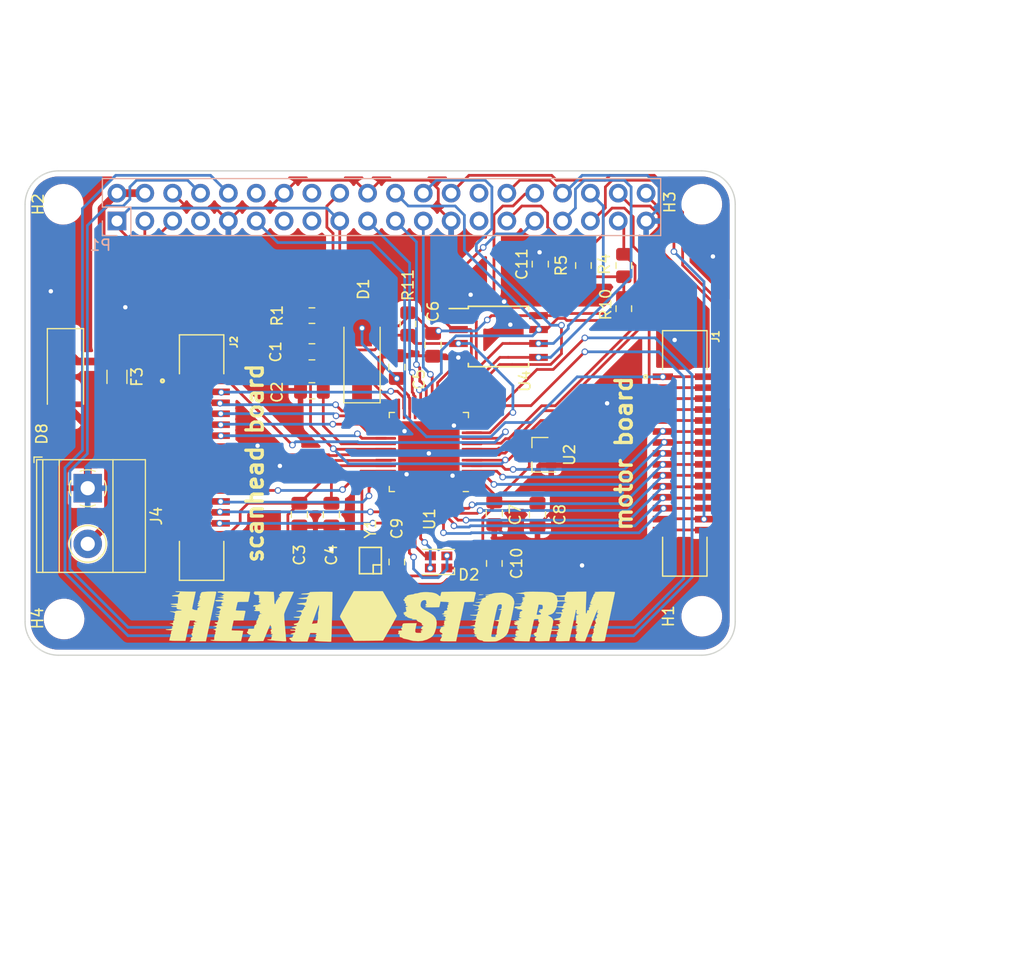
<source format=kicad_pcb>
(kicad_pcb (version 20211014) (generator pcbnew)
  (title_block (title "Firestarter") (date "2020-05-17") (rev "1") (company "Hexastorm"))
  (layers (0 "F.Cu" signal) (31 "B.Cu" signal) (34 "B.Paste" user) (35 "F.Paste" user) (36 "B.SilkS" user "B.Silkscreen") (37 "F.SilkS" user "F.Silkscreen") (38 "B.Mask" user) (39 "F.Mask" user) (44 "Edge.Cuts" user))
  (net 0 "")
  (net 1 "+3V3")
  (net 2 "+5V")
  (net 3 "GND")
  (net 4 "Net-(C1-Pad2)")
  (net 5 "+1V2")
  (net 6 "X_PO")
  (net 7 "Y_PO")
  (net 8 "Z_PO")
  (net 9 "Net-(D1-Pad1)")
  (net 10 "Net-(F3-Pad2)")
  (net 11 "POT_SDA")
  (net 12 "IC_HB_PWM1")
  (net 13 "POT_SCL")
  (net 14 "IC_HB_PWM2")
  (net 15 "PWM2L")
  (net 16 "PWM2H")
  (net 17 "PWM1L")
  (net 18 "PWM1H")
  (net 19 "X_DIR")
  (net 20 "X_STEP")
  (net 21 "SPI1_CE")
  (net 22 "SPI1_SCL")
  (net 23 "SPI1_MOSI")
  (net 24 "ENABLE")
  (net 25 "Y_DIR")
  (net 26 "Y_STEP")
  (net 27 "Z_DIR")
  (net 28 "Z_STEP")
  (net 29 "SPI1_MISO")
  (net 30 "OSC_OUT")
  (net 31 "CFG_RST")
  (net 32 "CFG_SCK")
  (net 33 "CFG_SO")
  (net 34 "CFG_SS")
  (net 35 "CFG_SI")
  (net 36 "CFG_DONE")
  (net 37 "PI_SPI_CE_0")
  (net 38 "PI_SPI_SCK")
  (net 39 "PI_SPI_MISO")
  (net 40 "PI_SPI_MOSI")
  (net 41 "RGB2")
  (net 42 "RGB1")
  (net 43 "RGB0")
  (net 44 "PWM3L")
  (net 45 "PWM3H")
  (net 46 "HALL1")
  (net 47 "HALL2")
  (net 48 "HALL3")
  (net 49 "DIGITAL")
  (net 50 "SD_IO3")
  (net 51 "SD_IO2")
  (net 52 "PI_UART_RO")
  (net 53 "PI_UART_WI")
  (footprint "Capacitor_SMD:C_0805_2012Metric_Pad1.18x1.45mm_HandSolder" (layer "F.Cu") (at 222.098 131.966)
    (fp_text reference "C2")
    (fp_text value "4.7u")
  )
  (footprint "Capacitor_SMD:C_0805_2012Metric_Pad1.18x1.45mm_HandSolder" (layer "F.Cu") (at 220.955 143.269 -90)
    (fp_text reference "C3")
    (fp_text value "0.1u")
  )
  (footprint "Capacitor_SMD:C_0805_2012Metric_Pad1.18x1.45mm_HandSolder" (layer "F.Cu") (at 223.876 143.269 -90)
    (fp_text reference "C4")
    (fp_text value "4.7u")
  )
  (footprint "Capacitor_SMD:C_0805_2012Metric_Pad1.15x1.40mm_HandSolder" (layer "F.Cu") (at 229.845 147.587 90)
    (fp_text reference "C9")
    (fp_text value "0.1uF")
  )
  (footprint "Capacitor_SMD:C_0805_2012Metric_Pad1.15x1.40mm_HandSolder" (layer "F.Cu") (at 238.735 147.723 -90)
    (fp_text reference "C10")
    (fp_text value "4.7u")
  )
  (footprint "Diode_SMD:D_SMA_Handsoldering" (layer "F.Cu") (at 226.67 128.664 90)
    (fp_text reference "D1")
    (fp_text value "50V_1A")
  )
  (footprint "LED_SMD:LED_Cree-PLCC4_2x2mm_CW" (layer "F.Cu") (at 233.655 147.587 180)
    (fp_text reference "D2")
    (fp_text value "CLMVC-FKA-CLBDGL7LBB79353")
  )
  (footprint "Diode_SMD:D_SMA_Handsoldering" (layer "F.Cu") (at 199.619 130.696 -90)
    (fp_text reference "D8")
    (fp_text value "50V_1A")
  )
  (footprint "Fuse:Fuse_1206_3216Metric" (layer "F.Cu") (at 204.318 130.696 -90)
    (fp_text reference "F3")
    (fp_text value "3A")
  )
  (footprint "BeagleWire_elements_package:TE_1-1734248-5" (layer "F.Cu") (at 256.134 137.681 -90)
    (fp_text reference "J1")
    (fp_text value "1-1734248-5")
  )
  (footprint "BeagleWire_elements_package:TE_1-1734248-5" (layer "F.Cu") (at 212.065 138.062 -90)
    (fp_text reference "J2")
    (fp_text value "1-1734248-5")
  )
  (footprint "Resistor_SMD:R_0805_2012Metric_Pad1.15x1.40mm_HandSolder" (layer "F.Cu") (at 222.098 125.108)
    (fp_text reference "R1")
    (fp_text value "100")
  )
  (footprint "Resistor_SMD:R_0805_2012Metric_Pad1.15x1.40mm_HandSolder" (layer "F.Cu") (at 250.546 120.536 90)
    (fp_text reference "R4")
    (fp_text value "10K")
  )
  (footprint "Resistor_SMD:R_0805_2012Metric_Pad1.15x1.40mm_HandSolder" (layer "F.Cu") (at 246.863 120.536 90)
    (fp_text reference "R5")
    (fp_text value "10K")
  )
  (footprint "Resistor_SMD:R_0805_2012Metric_Pad1.15x1.40mm_HandSolder" (layer "F.Cu") (at 230.861 125.87 90)
    (fp_text reference "R11")
    (fp_text value "10K")
  )
  (footprint "footprints:QFN-48-1EP_7x7mm_P0.5mm_EP5.6x5.6mm" (layer "F.Cu") (at 232.766 137.554 180)
    (fp_text reference "U1")
    (fp_text value "ICE40UP5K-SG48ITR-FPGA_Lattice")
  )
  (footprint "Package_SO:SOIJ-8_5.3x5.3mm_P1.27mm" (layer "F.Cu") (at 239.116 127.013)
    (fp_text reference "U4")
    (fp_text value "S25FL064LABMFI010")
  )
  (footprint "footprints:hexastorm" (layer "F.Cu") (at 229.21 152.54)
    (fp_text reference "G1" hide)
    (fp_text value "hexastorm" hide)
  )
  (footprint "Capacitor_SMD:C_0805_2012Metric_Pad1.18x1.45mm_HandSolder" (layer "F.Cu") (at 229.845 129.807 90)
    (fp_text reference "C5")
    (fp_text value "0.1u")
  )
  (footprint "Capacitor_SMD:C_0805_2012Metric_Pad1.18x1.45mm_HandSolder" (layer "F.Cu") (at 233.147 127.775 -90)
    (fp_text reference "C6")
    (fp_text value "4.7u")
  )
  (footprint "Capacitor_SMD:C_0805_2012Metric_Pad1.18x1.45mm_HandSolder" (layer "F.Cu") (at 238.735 143.142 -90)
    (fp_text reference "C7")
    (fp_text value "0.1u")
  )
  (footprint "Package_TO_SOT_SMD:SOT-23" (layer "F.Cu") (at 242.926 137.808 180)
    (fp_text reference "U2")
    (fp_text value "MCP1700-1202E_SOT23")
  )
  (footprint "Capacitor_SMD:C_0805_2012Metric_Pad1.18x1.45mm_HandSolder" (layer "F.Cu") (at 242.672 143.269 -90)
    (fp_text reference "C8")
    (fp_text value "4.7u")
  )
  (footprint "TerminalBlock_Phoenix:TerminalBlock_Phoenix_MKDS-1,5-2-5.08_1x02_P5.08mm_Horizontal" (layer "F.Cu") (at 201.651 140.856 -90)
    (fp_text reference "J4")
    (fp_text value "Conn_01x02")
  )
  (footprint "MountingHole:MountingHole_2.7mm_M2.5" (layer "F.Cu") (at 199.41 114.95)
    (fp_text reference "H2")
    (fp_text value "MountingHole")
  )
  (footprint "MountingHole:MountingHole_2.7mm_M2.5" (layer "F.Cu") (at 257.658 114.948)
    (fp_text reference "H3")
    (fp_text value "MountingHole")
  )
  (footprint "MountingHole:MountingHole_2.7mm_M2.5" (layer "F.Cu") (at 199.492 152.794)
    (fp_text reference "H4")
    (fp_text value "MountingHole")
  )
  (footprint "MountingHole:MountingHole_2.7mm_M2.5" (layer "F.Cu") (at 257.658 152.54)
    (fp_text reference "H1")
    (fp_text value "MountingHole")
  )
  (footprint "Capacitor_SMD:C_0805_2012Metric_Pad1.18x1.45mm_HandSolder" (layer "F.Cu") (at 222.098 128.41)
    (fp_text reference "C1")
    (fp_text value "0.1u")
  )
  (footprint "Resistor_SMD:R_0805_2012Metric_Pad1.15x1.40mm_HandSolder" (layer "F.Cu") (at 250.546 124.473 90)
    (fp_text reference "R10")
    (fp_text value "10K")
  )
  (footprint "BeagleWire_elements_package:ASDMB-100.000MHZ-XY-T" (layer "F.Cu") (at 227.432 147.46 90)
    (fp_text reference "Y1")
    (fp_text value "SIT8008BI-12-XXE-100")
  )
  (footprint "Capacitor_SMD:C_0805_2012Metric_Pad1.18x1.45mm_HandSolder" (layer "F.Cu") (at 242.926 120.409 90)
    (fp_text reference "C11")
    (fp_text value "0.1uF")
  )
  (footprint "Connector_PinSocket_2.54mm:PinSocket_2x20_P2.54mm_Vertical" (layer "B.Cu") (at 204.318 116.472 -90)
    (fp_text reference "P1")
    (fp_text value "Conn_02x20_Odd_Even")
  )
  (gr_arc (start 198.984 156.096) (mid 196.828739 155.203261) (end 195.936 153.048) (layer "Edge.Cuts") (width 0.12))
  (gr_arc (start 260.706 153.048) (mid 259.813261 155.203261) (end 257.658 156.096) (layer "Edge.Cuts") (width 0.12))
  (gr_arc (start 257.658 111.9) (mid 259.813261 112.792739) (end 260.706 114.948) (layer "Edge.Cuts") (width 0.12))
  (gr_arc (start 195.936 114.948) (mid 196.828739 112.792739) (end 198.984 111.9) (layer "Edge.Cuts") (width 0.12))
  (gr_line (start 198.984 111.9) (end 257.658 111.9) (layer "Edge.Cuts") (width 0.12))
  (gr_line (start 198.984 156.096) (end 257.658 156.096) (layer "Edge.Cuts") (width 0.12))
  (gr_line (start 260.706 153.048) (end 260.706 114.948) (layer "Edge.Cuts") (width 0.12))
  (gr_line (start 195.936 114.948) (end 195.936 153.048) (layer "Edge.Cuts") (width 0.12))
  (gr_text "scanhead board" (at 216.891 138.57 90) (layer "F.SilkS") (effects (font (size 1.5 1.5) (thickness 0.3))))
  (gr_text "motor board" (at 250.546 137.681 90) (layer "F.SilkS") (effects (font (size 1.5 1.5) (thickness 0.3))))
  (segment (start 234.405 148.137) (end 235.155 148.137) (width 0.25) (layer "F.Cu") (net 1))
  (segment (start 238.735 142.2839) (end 238.735 142.1045) (width 0.25) (layer "F.Cu") (net 1))
  (segment (start 241.926 137.808) (end 241.926 138.9135) (width 0.25) (layer "F.Cu") (net 1))
  (segment (start 215.5575 142.9515) (end 215.5575 144.004502) (width 0.25) (layer "F.Cu") (net 1))
  (segment (start 230.916021 132.530999) (end 231.016 132.630978) (width 0.25) (layer "F.Cu") (net 1))
  (segment (start 204.318 116.98) (end 206.35 119.012) (width 0.25) (layer "F.Cu") (net 1))
  (segment (start 238.735 146.698) (end 237.70999 147.72301) (width 0.25) (layer "F.Cu") (net 1))
  (segment (start 230.988 125.099) (end 231.5085 125.099) (width 0.25) (layer "F.Cu") (net 1))
  (segment (start 230.095001 148.862001) (end 233.679999 148.862001) (width 0.25) (layer "F.Cu") (net 1))
  (segment (start 231.016 132.630978) (end 231.016 133.6165) (width 0.25) (layer "F.Cu") (net 1))
  (segment (start 224.404 138.804) (end 229.3285 138.804) (width 0.25) (layer "F.Cu") (net 1))
  (segment (start 214.500002 145.062) (end 213.79 145.062) (width 0.25) (layer "F.Cu") (net 1))
  (segment (start 249.14199 149.64801) (end 254.109 144.681) (width 0.25) (layer "F.Cu") (net 1))
  (segment (start 219.90499 144.06501) (end 219.90499 144.88218) (width 0.25) (layer "F.Cu") (net 1))
  (segment (start 242.766 125.108) (end 238.481 125.108) (width 0.25) (layer "F.Cu") (net 1))
  (segment (start 250.546 121.561) (end 250.546 123.448) (width 0.25) (layer "F.Cu") (net 1))
  (segment (start 246.7485 121.4465) (end 246.863 121.561) (width 0.25) (layer "F.Cu") (net 1))
  (segment (start 237.68499 145.64799) (end 237.68499 143.570875) (width 0.25) (layer "F.Cu") (net 1))
  (segment (start 204.318 116.472) (end 204.318 116.98) (width 0.25) (layer "F.Cu") (net 1))
  (segment (start 219.90499 144.88218) (end 223.30781 148.285) (width 0.25) (layer "F.Cu") (net 1))
  (segment (start 238.735 146.698) (end 237.68499 145.64799) (width 0.25) (layer "F.Cu") (net 1))
  (segment (start 223.30781 148.285) (end 226.657 148.285) (width 0.25) (layer "F.Cu") (net 1))
  (segment (start 237.70999 147.72301) (end 237.70999 149.31118) (width 0.25) (layer "F.Cu") (net 1))
  (segment (start 223.876 139.332) (end 224.404 138.804) (width 0.25) (layer "F.Cu") (net 1))
  (segment (start 242.766 125.108) (end 244.132501 125.108) (width 0.25) (layer "F.Cu") (net 1))
  (segment (start 224.638 123.37) (end 227.305 126.037) (width 0.25) (layer "F.Cu") (net 1))
  (segment (start 206.35 136.792) (end 208.615999 139.057999) (width 0.25) (layer "F.Cu") (net 1))
  (segment (start 210.033 145.047) (end 213.775 145.047) (width 0.25) (layer "F.Cu") (net 1))
  (segment (start 242.545 142.1045) (end 242.672 142.2315) (width 0.25) (layer "F.Cu") (net 1))
  (segment (start 220.955 142.2315) (end 219.90499 143.28151) (width 0.25) (layer "F.Cu") (net 1))
  (segment (start 241.926 138.9135) (end 238.735 142.1045) (width 0.25) (layer "F.Cu") (net 1))
  (segment (start 236.594 146.698) (end 238.735 146.698) (width 0.25) (layer "F.Cu") (net 1))
  (segment (start 238.735 142.1045) (end 242.545 142.1045) (width 0.25) (layer "F.Cu") (net 1))
  (segment (start 244.328502 124.911999) (end 249.082001 124.911999) (width 0.25) (layer "F.Cu") (net 1))
  (segment (start 249.082001 124.911999) (end 250.546 123.448) (width 0.25) (layer "F.Cu") (net 1))
  (segment (start 228.207 148.285) (end 229.772 148.285) (width 0.25) (layer "F.Cu") (net 1))
  (segment (start 215.5575 144.004502) (end 214.500002 145.062) (width 0.25) (layer "F.Cu") (net 1))
  (segment (start 229.845 148.612) (end 230.095001 148.862001) (width 0.25) (layer "F.Cu") (net 1))
  (segment (start 227.305 126.037) (end 230.05 126.037) (width 0.25) (layer "F.Cu") (net 1))
  (segment (start 216.2775 142.2315) (end 220.955 142.2315) (width 0.25) (layer "F.Cu") (net 1))
  (segment (start 230.05 126.037) (end 230.988 125.099) (width 0.25) (layer "F.Cu") (net 1))
  (segment (start 244.132501 125.108) (end 244.328502 124.911999) (width 0.25) (layer "F.Cu") (net 1))
  (segment (start 237.70999 149.31118) (end 238.04682 149.64801) (width 0.25) (layer "F.Cu") (net 1))
  (segment (start 231.5085 125.099) (end 233.147 126.7375) (width 0.25) (layer "F.Cu") (net 1))
  (segment (start 237.6115 140.304) (end 238.735 141.4275) (width 0.25) (layer "F.Cu") (net 1))
  (segment (start 257.844 144.666) (end 257.859 144.681) (width 0.25) (layer "F.Cu") (net 1))
  (segment (start 219.90499 143.28151) (end 219.90499 144.06501) (width 0.25) (layer "F.Cu") (net 1))
  (segment (start 223.876 142.2315) (end 220.955 142.2315) (width 0.25) (layer "F.Cu") (net 1))
  (segment (start 215.5575 142.9515) (end 216.2775 142.2315) (width 0.25) (layer "F.Cu") (net 1))
  (segment (start 236.7035 140.304) (end 237.6115 140.304) (width 0.25) (layer "F.Cu") (net 1))
  (segment (start 238.481 125.108) (end 238.1 125.489) (width 0.25) (layer "F.Cu") (net 1))
  (segment (start 229.772 148.285) (end 230.099 148.612) (width 0.25) (layer "F.Cu") (net 1))
  (segment (start 230.916021 132.394588) (end 230.916021 132.530999) (width 0.25) (layer "F.Cu") (net 1))
  (segment (start 223.876 142.2315) (end 223.876 139.332) (width 0.25) (layer "F.Cu") (net 1))
  (segment (start 229.845 130.8445) (end 229.845 131.323568) (width 0.25) (layer "F.Cu") (net 1))
  (segment (start 254.102 144.666) (end 257.844 144.666) (width 0.25) (layer "F.Cu") (net 1))
  (segment (start 220.955 142.2315) (end 220.9765 142.2315) (width 0.25) (layer "F.Cu") (net 1))
  (segment (start 224.638 116.472) (end 224.638 123.37) (width 0.25) (layer "F.Cu") (net 1))
  (segment (start 208.5725 144.7695) (end 208.5725 139.0145) (width 0.25) (layer "F.Cu") (net 1))
  (segment (start 246.863 121.561) (end 250.546 121.561) (width 0.25) (layer "F.Cu") (net 1))
  (segment (start 220.9765 142.2315) (end 224.404 138.804) (width 0.25) (layer "F.Cu") (net 1))
  (segment (start 229.845 131.323568) (end 230.916021 132.394588) (width 0.25) (layer "F.Cu") (net 1))
  (segment (start 238.04682 149.64801) (end 249.14199 149.64801) (width 0.25) (layer "F.Cu") (net 1))
  (segment (start 226.657 148.285) (end 228.207 148.285) (width 0.25) (layer "F.Cu") (net 1))
  (segment (start 235.155 148.137) (end 236.594 146.698) (width 0.25) (layer "F.Cu") (net 1))
  (segment (start 238.735 142.520865) (end 238.735 142.2839) (width 0.25) (layer "F.Cu") (net 1))
  (segment (start 208.865 145.062) (end 208.5725 144.7695) (width 0.25) (layer "F.Cu") (net 1))
  (segment (start 213.775 145.047) (end 213.79 145.062) (width 0.25) (layer "F.Cu") (net 1))
  (segment (start 206.35 119.012) (end 206.35 136.792) (width 0.25) (layer "F.Cu") (net 1))
  (segment (start 238.735 141.4275) (end 238.735 142.1045) (width 0.25) (layer "F.Cu") (net 1))
  (segment (start 242.926 121.4465) (end 246.7485 121.4465) (width 0.25) (layer "F.Cu") (net 1))
  (segment (start 233.679999 148.862001) (end 234.405 148.137) (width 0.25) (layer "F.Cu") (net 1))
  (segment (start 210.04 145.062) (end 208.865 145.062) (width 0.25) (layer "F.Cu") (net 1))
  (segment (start 237.68499 143.570875) (end 238.735 142.520865) (width 0.25) (layer "F.Cu") (net 1))
  (via (at 233.655 126.505) (size 0.6) (drill 0.4) (layers "F.Cu" "B.Cu") (net 1))
  (via (at 226.67 126.251) (size 0.6) (drill 0.4) (layers "F.Cu" "B.Cu") (net 1))
  (via (at 238.09 125.5) (size 0.6) (drill 0.4) (layers "F.Cu" "B.Cu") (net 1))
  (via (at 229.845 130.8445) (size 0.6) (drill 0.4) (layers "F.Cu" "B.Cu") (net 1))
  (segment (start 226.67 127.6695) (end 229.845 130.8445) (width 0.25) (layer "B.Cu") (net 1))
  (segment (start 233.655 126.505) (end 237.084 126.505) (width 0.25) (layer "B.Cu") (net 1))
  (segment (start 204.318 116.472) (end 205.493001 115.296999) (width 0.25) (layer "B.Cu") (net 1))
  (segment (start 226.67 126.251) (end 226.67 127.6695) (width 0.25) (layer "B.Cu") (net 1))
  (segment (start 205.493001 115.296999) (end 223.462999 115.296999) (width 0.25) (layer "B.Cu") (net 1))
  (segment (start 223.462999 115.296999) (end 224.638 116.472) (width 0.25) (layer "B.Cu") (net 1))
  (segment (start 237.084 126.505) (end 238.1 125.489) (width 0.25) (layer "B.Cu") (net 1))
  (segment (start 200.719 129.296) (end 199.619 128.196) (width 0.7) (layer "F.Cu") (net 2))
  (segment (start 204.318 113.932) (end 206.858 113.932) (width 0.7) (layer "F.Cu") (net 2))
  (segment (start 204.318 129.296) (end 200.719 129.296) (width 0.7) (layer "F.Cu") (net 2))
  (segment (start 204.318 113.932) (end 202.917999 115.332001) (width 0.7) (layer "F.Cu") (net 2))
  (segment (start 202.917999 127.895999) (end 204.318 129.296) (width 0.7) (layer "F.Cu") (net 2))
  (segment (start 202.917999 115.332001) (end 202.917999 127.895999) (width 0.7) (layer "F.Cu") (net 2))
  (segment (start 235.4495 128.9345) (end 235.466 128.918) (width 0.25) (layer "F.Cu") (net 3))
  (segment (start 210.762999 115.296999) (end 213.302999 115.296999) (width 0.25) (layer "F.Cu") (net 3))
  (segment (start 238.735 144.1795) (end 242.545 144.1795) (width 0.25) (layer "F.Cu") (net 3))
  (segment (start 239.878 113.932) (end 241.053001 112.756999) (width 0.25) (layer "F.Cu") (net 3))
  (segment (start 233.147 129.0235) (end 235.3605 129.0235) (width 0.25) (layer "F.Cu") (net 3))
  (segment (start 227.178 113.932) (end 228.353001 112.756999) (width 0.25) (layer "F.Cu") (net 3))
  (segment (start 235.3605 128.8125) (end 235.466 128.918) (width 0.25) (layer "F.Cu") (net 3))
  (segment (start 230.026 146.635) (end 230.099 146.562) (width 0.25) (layer "F.Cu") (net 3))
  (segment (start 215.653001 115.296999) (end 218.193001 115.296999) (width 0.25) (layer "F.Cu") (net 3))
  (segment (start 226.002999 112.756999) (end 227.178 113.932) (width 0.25) (layer "F.Cu") (net 3))
  (segment (start 223.876 144.3065) (end 223.876 145.189002) (width 0.25) (layer "F.Cu") (net 3))
  (segment (start 214.478 116.472) (end 215.653001 115.296999) (width 0.25) (layer "F.Cu") (net 3))
  (segment (start 232.822001 112.756999) (end 233.622999 113.557997) (width 0.25) (layer "F.Cu") (net 3))
  (segment (start 213.302999 115.296999) (end 214.478 116.472) (width 0.25) (layer "F.Cu") (net 3))
  (segment (start 238.735 144.1795) (end 239.76001 145.20451) (width 0.25) (layer "F.Cu") (net 3))
  (segment (start 209.398 113.932) (end 210.762999 115.296999) (width 0.25) (layer "F.Cu") (net 3))
  (segment (start 239.76001 145.20451) (end 239.76001 147.72299) (width 0.25) (layer "F.Cu") (net 3))
  (segment (start 239.76001 147.72299) (end 238.735 148.748) (width 0.25) (layer "F.Cu") (net 3))
  (segment (start 233.622999 113.557997) (end 233.622999 115.296999) (width 0.25) (layer "F.Cu") (net 3))
  (segment (start 242.545 144.1795) (end 242.672 144.3065) (width 0.25) (layer "F.Cu") (net 3))
  (segment (start 232.893 128.7695) (end 233.147 129.0235) (width 0.25) (layer "F.Cu") (net 3))
  (segment (start 243.926 138.758) (end 243.926 143.0525) (width 0.25) (layer "F.Cu") (net 3))
  (segment (start 225.971999 147.285001) (end 227.556999 147.285001) (width 0.25) (layer "F.Cu") (net 3))
  (segment (start 233.147 128.8125) (end 235.3605 128.8125) (width 0.25) (layer "F.Cu") (net 3))
  (segment (start 235.3605 129.0235) (end 235.4495 128.9345) (width 0.25) (layer "F.Cu") (net 3))
  (segment (start 201.651 135.228) (end 199.619 133.196) (width 0.7) (layer "F.Cu") (net 3))
  (segment (start 228.353001 112.756999) (end 232.822001 112.756999) (width 0.25) (layer "F.Cu") (net 3))
  (segment (start 219.558 113.932) (end 220.733001 112.756999) (width 0.25) (layer "F.Cu") (net 3))
  (segment (start 233.099489 128.975989) (end 233.147 129.0235) (width 0.25) (layer "F.Cu") (net 3))
  (segment (start 220.733001 112.756999) (end 226.002999 112.756999) (width 0.25) (layer "F.Cu") (net 3))
  (segment (start 223.876 145.189002) (end 225.971999 147.285001) (width 0.25) (layer "F.Cu") (net 3))
  (segment (start 218.193001 115.296999) (end 219.558 113.932) (width 0.25) (layer "F.Cu") (net 3))
  (segment (start 241.053001 112.756999) (end 243.782999 112.756999) (width 0.25) (layer "F.Cu") (net 3))
  (segment (start 227.556999 147.285001) (end 228.207 146.635) (width 0.25) (layer "F.Cu") (net 3))
  (segment (start 201.651 140.856) (end 201.651 135.228) (width 0.7) (layer "F.Cu") (net 3))
  (segment (start 233.622999 115.296999) (end 234.798 116.472) (width 0.25) (layer "F.Cu") (net 3))
  (segment (start 221.0605 128.41) (end 221.0605 131.966) (width 0.25) (layer "F.Cu") (net 3))
  (segment (start 220.955 144.3065) (end 223.876 144.3065) (width 0.25) (layer "F.Cu") (net 3))
  (segment (start 228.207 146.635) (end 230.026 146.635) (width 0.25) (layer "F.Cu") (net 3))
  (segment (start 243.926 143.0525) (end 242.672 144.3065) (width 0.25) (layer "F.Cu") (net 3))
  (segment (start 229.845 128.7695) (end 232.893 128.7695) (width 0.25) (layer "F.Cu") (net 3))
  (segment (start 243.782999 112.756999) (end 244.958 113.932) (width 0.25) (layer "F.Cu") (net 3))
  (segment (start 229.845 128.7695) (end 233.104 128.7695) (width 0.25) (layer "F.Cu") (net 3))
  (segment (start 233.104 128.7695) (end 233.147 128.8125) (width 0.25) (layer "F.Cu") (net 3))
  (via (at 258.674 119.7105) (size 0.6) (drill 0.4) (layers "F.Cu" "B.Cu") (net 3))
  (via (at 249.022 133.109) (size 0.6) (drill 0.4) (layers "F.Cu" "B.Cu") (net 3))
  (via (at 205.08 124.346) (size 0.6) (drill 0.4) (layers "F.Cu" "B.Cu") (net 3))
  (via (at 240.1955 125.9335) (size 0.6) (drill 0.4) (layers "F.Cu" "B.Cu") (net 3))
  (via (at 239.624 123.838) (size 0.6) (drill 0.4) (layers "F.Cu" "B.Cu") (net 3))
  (via (at 217.145 136.9825) (size 0.6) (drill 0.4) (layers "F.Cu" "B.Cu") (net 3))
  (via (at 246.736 147.9045) (size 0.6) (drill 0.4) (layers "F.Cu" "B.Cu") (net 3))
  (via (at 230.5435 135.649) (size 0.6) (drill 0.4) (layers "F.Cu" "B.Cu") (net 3))
  (via (at 234.925 139.713) (size 0.6) (drill 0.4) (layers "F.Cu" "B.Cu") (net 3))
  (via (at 198.2855 122.8855) (size 0.6) (drill 0.4) (layers "F.Cu" "B.Cu") (net 3))
  (via (at 230.734 139.586) (size 0.6) (drill 0.4) (layers "F.Cu" "B.Cu") (net 3))
  (via (at 235.4495 128.9345) (size 0.6) (drill 0.4) (layers "F.Cu" "B.Cu") (net 3))
  (via (at 223.876 146.444) (size 0.6) (drill 0.4) (layers "F.Cu" "B.Cu") (net 3))
  (via (at 235.052 135.141) (size 0.6) (drill 0.4) (layers "F.Cu" "B.Cu") (net 3))
  (via (at 242.8625 119.3295) (size 0.6) (drill 0.4) (layers "F.Cu" "B.Cu") (net 3))
  (via (at 232.766 137.681) (size 0.6) (drill 0.4) (layers "F.Cu" "B.Cu") (net 3))
  (via (at 219.177 138.824) (size 0.6) (drill 0.4) (layers "F.Cu" "B.Cu") (net 3))
  (via (at 255.1815 127.3305) (size 0.6) (drill 0.4) (layers "F.Cu" "B.Cu") (net 3))
  (via (at 236.576 123.203) (size 0.6) (drill 0.4) (layers "F.Cu" "B.Cu") (net 3))
  (segment (start 244.958 113.932) (end 245.122587 113.932) (width 0.25) (layer "B.Cu") (net 3))
  (segment (start 245.122587 113.932) (end 246.747599 112.306988) (width 0.25) (layer "B.Cu") (net 3))
  (segment (start 246.747599 112.306988) (end 252.69199 112.306988) (width 0.25) (layer "B.Cu") (net 3))
  (segment (start 253.753001 115.296999) (end 252.578 116.472) (width 0.25) (layer "B.Cu") (net 3))
  (segment (start 252.69199 112.306988) (end 253.753001 113.367999) (width 0.25) (layer "B.Cu") (net 3))
  (segment (start 253.753001 113.367999) (end 253.753001 115.296999) (width 0.25) (layer "B.Cu") (net 3))
  (segment (start 223.1355 128.41) (end 223.1355 125.1205) (width 0.25) (layer "F.Cu") (net 4))
  (segment (start 223.1355 131.966) (end 223.1355 135.1625) (width 0.25) (layer "F.Cu") (net 4))
  (segment (start 224.777 136.804) (end 223.1355 135.1625) (width 0.25) (layer "F.Cu") (net 4))
  (segment (start 226.912 136.804) (end 226.428 136.804) (width 0.25) (layer "F.Cu") (net 4))
  (segment (start 223.1355 131.966) (end 223.1355 128.41) (width 0.25) (layer "F.Cu") (net 4))
  (segment (start 229.3285 136.804) (end 224.777 136.804) (width 0.25) (layer "F.Cu") (net 4))
  (segment (start 229.3285 136.804) (end 226.912 136.804) (width 0.25) (layer "F.Cu") (net 4))
  (segment (start 223.1355 125.1205) (end 223.123 125.108) (width 0.25) (layer "F.Cu") (net 4))
  (segment (start 221.97301 135.181803) (end 224.044553 137.253346) (width 0.25) (layer "F.Cu") (net 5))
  (segment (start 221.073 125.108) (end 221.97301 126.00801) (width 0.25) (layer "F.Cu") (net 5))
  (segment (start 243.926 136.858) (end 241.440999 136.858) (width 0.25) (layer "F.Cu") (net 5))
  (segment (start 239.715652 138.304) (end 239.740961 138.278691) (width 0.25) (layer "F.Cu") (net 5))
  (segment (start 224.095207 137.304) (end 224.044553 137.253346) (width 0.25) (layer "F.Cu") (net 5))
  (segment (start 240.020308 138.278691) (end 239.740961 138.278691) (width 0.25) (layer "F.Cu") (net 5))
  (segment (start 241.440999 136.858) (end 240.020308 138.278691) (width 0.25) (layer "F.Cu") (net 5))
  (segment (start 221.97301 126.00801) (end 221.97301 135.181803) (width 0.25) (layer "F.Cu") (net 5))
  (segment (start 229.3285 137.304) (end 224.095207 137.304) (width 0.25) (layer "F.Cu") (net 5))
  (segment (start 236.2035 138.304) (end 239.715652 138.304) (width 0.25) (layer "F.Cu") (net 5))
  (via (at 224.044553 137.253346) (size 0.6) (drill 0.4) (layers "F.Cu" "B.Cu") (net 5))
  (via (at 239.740961 138.278691) (size 0.6) (drill 0.4) (layers "F.Cu" "B.Cu") (net 5))
  (segment (start 239.391489 138.628163) (end 239.740961 138.278691) (width 0.25) (layer "B.Cu") (net 5))
  (segment (start 224.044553 137.253346) (end 225.41937 138.628163) (width 0.25) (layer "B.Cu") (net 5))
  (segment (start 225.41937 138.628163) (end 239.391489 138.628163) (width 0.25) (layer "B.Cu") (net 5))
  (segment (start 238.961 139.304) (end 239.497 139.84) (width 0.25) (layer "F.Cu") (net 6))
  (segment (start 236.7035 139.304) (end 238.961 139.304) (width 0.25) (layer "F.Cu") (net 6))
  (segment (start 254.109 136.681) (end 257.859 136.681) (width 0.25) (layer "F.Cu") (net 6))
  (via (at 254.229 136.665) (size 0.6) (drill 0.4) (layers "F.Cu" "B.Cu") (net 6))
  (via (at 239.497 139.84) (size 0.6) (drill 0.4) (layers "F.Cu" "B.Cu") (net 6))
  (segment (start 239.497 139.84) (end 251.054 139.84) (width 0.25) (layer "B.Cu") (net 6))
  (segment (start 251.054 139.84) (end 254.229 136.665) (width 0.25) (layer "B.Cu") (net 6))
  (segment (start 235.016 141.4915) (end 235.016 142.72641) (width 0.25) (layer "F.Cu") (net 7))
  (segment (start 235.016 142.72641) (end 235.4371 143.147511) (width 0.25) (layer "F.Cu") (net 7))
  (segment (start 235.4371 143.147511) (end 237.183352 143.147511) (width 0.25) (layer "F.Cu") (net 7))
  (segment (start 254.109 139.681) (end 257.859 139.681) (width 0.25) (layer "F.Cu") (net 7))
  (segment (start 237.183352 143.147511) (end 237.438594 142.892269) (width 0.25) (layer "F.Cu") (net 7))
  (via (at 254.102 139.713) (size 0.6) (drill 0.4) (layers "F.Cu" "B.Cu") (net 7))
  (via (at 237.438594 142.892269) (size 0.6) (drill 0.4) (layers "F.Cu" "B.Cu") (net 7))
  (segment (start 237.862858 142.892269) (end 237.438594 142.892269) (width 0.25) (layer "B.Cu") (net 7))
  (segment (start 250.922731 142.892269) (end 237.862858 142.892269) (width 0.25) (layer "B.Cu") (net 7))
  (segment (start 251.91125 141.90375) (end 250.922731 142.892269) (width 0.25) (layer "B.Cu") (net 7))
  (segment (start 254.102 139.713) (end 251.91125 141.90375) (width 0.25) (layer "B.Cu") (net 7))
  (segment (start 233.516 140.9915) (end 233.516 143.553532) (width 0.25) (layer "F.Cu") (net 8))
  (segment (start 257.8425 142.6975) (end 257.859 142.681) (width 0.25) (layer "F.Cu") (net 8))
  (segment (start 234.0995 144.137032) (end 234.0995 144.92) (width 0.25) (layer "F.Cu") (net 8))
  (segment (start 254.1655 142.6975) (end 257.8425 142.6975) (width 0.25) (layer "F.Cu") (net 8))
  (segment (start 233.516 143.553532) (end 234.0995 144.137032) (width 0.25) (layer "F.Cu") (net 8))
  (via (at 234.0995 144.92) (size 0.6) (drill 0.4) (layers "F.Cu" "B.Cu") (net 8))
  (via (at 254.1655 142.6975) (size 0.6) (drill 0.4) (layers "F.Cu" "B.Cu") (net 8))
  (segment (start 251.937491 144.925509) (end 253.865501 142.997499) (width 0.25) (layer "B.Cu") (net 8))
  (segment (start 236.635401 144.925509) (end 251.937491 144.925509) (width 0.25) (layer "B.Cu") (net 8))
  (segment (start 236.571901 144.989009) (end 236.635401 144.925509) (width 0.25) (layer "B.Cu") (net 8))
  (segment (start 253.865501 142.997499) (end 254.1655 142.6975) (width 0.25) (layer "B.Cu") (net 8))
  (segment (start 234.0995 144.92) (end 234.168509 144.989009) (width 0.25) (layer "B.Cu") (net 8))
  (segment (start 234.168509 144.989009) (end 236.571901 144.989009) (width 0.25) (layer "B.Cu") (net 8))
  (segment (start 227.5635 131.164) (end 230.016 133.6165) (width 0.25) (layer "F.Cu") (net 9))
  (segment (start 201.651 145.936) (end 203.501001 144.085999) (width 0.7) (layer "F.Cu") (net 10))
  (segment (start 203.501001 144.085999) (end 203.501001 132.912999) (width 0.7) (layer "F.Cu") (net 10))
  (segment (start 203.501001 132.912999) (end 204.318 132.096) (width 0.7) (layer "F.Cu") (net 10))
  (segment (start 209.25641 139.062) (end 210.04 139.062) (width 0.25) (layer "F.Cu") (net 11))
  (segment (start 206.858 136.66359) (end 209.25641 139.062) (width 0.25) (layer "F.Cu") (net 11))
  (segment (start 206.858 116.472) (end 206.858 136.66359) (width 0.25) (layer "F.Cu") (net 11))
  (segment (start 210.04 139.062) (end 213.79 139.062) (width 0.25) (layer "F.Cu") (net 11))
  (segment (start 215.607 137.804) (end 214.865 137.062) (width 0.25) (layer "F.Cu") (net 12))
  (segment (start 214.865 137.062) (end 213.79 137.062) (width 0.25) (layer "F.Cu") (net 12))
  (segment (start 224.344554 137.878347) (end 223.719348 137.878347) (width 0.25) (layer "F.Cu") (net 12))
  (segment (start 223.645001 137.804) (end 215.607 137.804) (width 0.25) (layer "F.Cu") (net 12))
  (segment (start 224.418901 137.804) (end 224.344554 137.878347) (width 0.25) (layer "F.Cu") (net 12))
  (segment (start 210.04 137.062) (end 213.79 137.062) (width 0.25) (layer "F.Cu") (net 12))
  (segment (start 223.719348 137.878347) (end 223.645001 137.804) (width 0.25) (layer "F.Cu") (net 12))
  (segment (start 229.3285 137.804) (end 224.418901 137.804) (width 0.25) (layer "F.Cu") (net 12))
  (segment (start 207.62 118.25) (end 207.62 136.789179) (width 0.25) (layer "F.Cu") (net 13))
  (segment (start 210.04 138.062) (end 213.79 138.062) (width 0.25) (layer "F.Cu") (net 13))
  (segment (start 207.62 136.789179) (end 208.89282 138.062) (width 0.25) (layer "F.Cu") (net 13))
  (segment (start 209.398 116.472) (end 207.62 118.25) (width 0.25) (layer "F.Cu") (net 13))
  (segment (start 208.89282 138.062) (end 210.04 138.062) (width 0.25) (layer "F.Cu") (net 13))
  (segment (start 226.664 136.304) (end 226.25 135.89) (width 0.25) (layer "F.Cu") (net 14))
  (segment (start 210.04 136.062) (end 213.792 136.062) (width 0.25) (layer "F.Cu") (net 14))
  (segment (start 213.792 136.062) (end 213.8 136.07) (width 0.25) (layer "F.Cu") (net 14))
  (segment (start 228.8285 136.304) (end 226.664 136.304) (width 0.25) (layer "F.Cu") (net 14))
  (via (at 226.25 135.89) (size 0.6) (drill 0.4) (layers "F.Cu" "B.Cu") (net 14))
  (via (at 213.8 136.07) (size 0.6) (drill 0.4) (layers "F.Cu" "B.Cu") (net 14))
  (segment (start 226.25 135.89) (end 226.07 136.07) (width 0.25) (layer "B.Cu") (net 14))
  (segment (start 226.07 136.07) (end 213.8 136.07) (width 0.25) (layer "B.Cu") (net 14))
  (segment (start 214.463 131.062) (end 220.32 136.919) (width 0.25) (layer "F.Cu") (net 15))
  (segment (start 213.79 131.062) (end 214.463 131.062) (width 0.25) (layer "F.Cu") (net 15))
  (segment (start 210.04 131.062) (end 213.79 131.062) (width 0.25) (layer "F.Cu") (net 15))
  (segment (start 239.160763 136.304) (end 239.752884 135.711879) (width 0.25) (layer "F.Cu") (net 15))
  (segment (start 236.2035 136.304) (end 239.160763 136.304) (width 0.25) (layer "F.Cu") (net 15))
  (via (at 220.32 136.919) (size 0.6) (drill 0.4) (layers "F.Cu" "B.Cu") (net 15))
  (via (at 239.752884 135.711879) (size 0.6) (drill 0.4) (layers "F.Cu" "B.Cu") (net 15))
  (segment (start 220.619999 136.619001) (end 226.272778 136.619001) (width 0.25) (layer "B.Cu") (net 15))
  (segment (start 220.32 136.919) (end 220.619999 136.619001) (width 0.25) (layer "B.Cu") (net 15))
  (segment (start 238.782229 136.682534) (end 239.752884 135.711879) (width 0.25) (layer "B.Cu") (net 15))
  (segment (start 226.336311 136.682534) (end 238.782229 136.682534) (width 0.25) (layer "B.Cu") (net 15))
  (segment (start 226.272778 136.619001) (end 226.336311 136.682534) (width 0.25) (layer "B.Cu") (net 15))
  (segment (start 229.293199 132.009801) (end 229.894823 132.009801) (width 0.25) (layer "F.Cu") (net 16))
  (segment (start 210.04 132.062) (end 213.79 132.062) (width 0.25) (layer "F.Cu") (net 16))
  (segment (start 230.46601 133.56651) (end 230.516 133.6165) (width 0.25) (layer "F.Cu") (net 16))
  (segment (start 229.894823 132.009801) (end 230.46601 132.580988) (width 0.25) (layer "F.Cu") (net 16))
  (segment (start 230.46601 132.580988) (end 230.46601 133.56651) (width 0.25) (layer "F.Cu") (net 16))
  (via (at 229.293199 132.009801) (size 0.6) (drill 0.4) (layers "F.Cu" "B.Cu") (net 16))
  (via (at 213.83 132.11) (size 0.6) (drill 0.4) (layers "F.Cu" "B.Cu") (net 16))
  (segment (start 229.213 132.09) (end 229.293199 132.009801) (width 0.25) (layer "B.Cu") (net 16))
  (segment (start 213.77 132.09) (end 229.213 132.09) (width 0.25) (layer "B.Cu") (net 16))
  (segment (start 224.825219 133.804219) (end 224.260001 133.239001) (width 0.25) (layer "F.Cu") (net 17))
  (segment (start 226.539718 133.804219) (end 224.825219 133.804219) (width 0.25) (layer "F.Cu") (net 17))
  (segment (start 228.8285 134.804) (end 227.539499 134.804) (width 0.25) (layer "F.Cu") (net 17))
  (segment (start 210.04 133.062) (end 213.79 133.062) (width 0.25) (layer "F.Cu") (net 17))
  (segment (start 227.539499 134.804) (end 226.539718 133.804219) (width 0.25) (layer "F.Cu") (net 17))
  (via (at 224.260001 133.239001) (size 0.6) (drill 0.4) (layers "F.Cu" "B.Cu") (net 17))
  (via (at 213.716 133.109) (size 0.6) (drill 0.4) (layers "F.Cu" "B.Cu") (net 17))
  (segment (start 224.260001 133.239001) (end 213.846001 133.239001) (width 0.25) (layer "B.Cu") (net 17))
  (segment (start 213.846001 133.239001) (end 213.716 133.109) (width 0.25) (layer "B.Cu") (net 17))
  (segment (start 228.8285 135.304) (end 227.403089 135.304) (width 0.25) (layer "F.Cu") (net 18))
  (segment (start 227.403089 135.304) (end 226.353318 134.254229) (width 0.25) (layer "F.Cu") (net 18))
  (segment (start 226.353318 134.254229) (end 224.30021 134.254229) (width 0.25) (layer "F.Cu") (net 18))
  (segment (start 213.79 134.062) (end 210.04 134.062) (width 0.25) (layer "F.Cu") (net 18))
  (via (at 213.79 134.06) (size 0.6) (drill 0.4) (layers "F.Cu" "B.Cu") (net 18))
  (via (at 224.30021 134.254229) (size 0.6) (drill 0.4) (layers "F.Cu" "B.Cu") (net 18))
  (segment (start 224.105981 134.06) (end 224.30021 134.254229) (width 0.25) (layer "B.Cu") (net 18))
  (segment (start 213.78 134.06) (end 224.105981 134.06) (width 0.25) (layer "B.Cu") (net 18))
  (segment (start 239.738945 139.1415) (end 240.4495 139.1415) (width 0.25) (layer "F.Cu") (net 19))
  (segment (start 239.401445 138.804) (end 239.738945 139.1415) (width 0.25) (layer "F.Cu") (net 19))
  (segment (start 254.109 135.681) (end 257.859 135.681) (width 0.25) (layer "F.Cu") (net 19))
  (segment (start 236.7035 138.804) (end 239.401445 138.804) (width 0.25) (layer "F.Cu") (net 19))
  (via (at 254.102 135.649) (size 0.6) (drill 0.4) (layers "F.Cu" "B.Cu") (net 19))
  (via (at 240.4495 139.1415) (size 0.6) (drill 0.4) (layers "F.Cu" "B.Cu") (net 19))
  (segment (start 250.6095 139.1415) (end 254.102 135.649) (width 0.25) (layer "B.Cu") (net 19))
  (segment (start 240.4495 139.1415) (end 250.6095 139.1415) (width 0.25) (layer "B.Cu") (net 19))
  (segment (start 252.934 134.681) (end 254.109 134.681) (width 0.25) (layer "F.Cu") (net 20))
  (segment (start 240.137093 137.236903) (end 240.425686 137.236903) (width 0.25) (layer "F.Cu") (net 20))
  (segment (start 254.109 134.681) (end 257.859 134.681) (width 0.25) (layer "F.Cu") (net 20))
  (segment (start 239.719963 137.654033) (end 240.137093 137.236903) (width 0.25) (layer "F.Cu") (net 20))
  (segment (start 236.2035 137.804) (end 239.184041 137.804) (width 0.25) (layer "F.Cu") (net 20))
  (segment (start 239.334008 137.654033) (end 239.719963 137.654033) (width 0.25) (layer "F.Cu") (net 20))
  (segment (start 240.425686 137.236903) (end 242.981589 134.681) (width 0.25) (layer "F.Cu") (net 20))
  (segment (start 239.184041 137.804) (end 239.334008 137.654033) (width 0.25) (layer "F.Cu") (net 20))
  (segment (start 242.981589 134.681) (end 252.934 134.681) (width 0.25) (layer "F.Cu") (net 20))
  (segment (start 257.859 133.681) (end 258.934 133.681) (width 0.25) (layer "F.Cu") (net 21))
  (segment (start 259.459012 124.050101) (end 255.910499 120.501589) (width 0.25) (layer "F.Cu") (net 21))
  (segment (start 258.934 133.681) (end 259.459012 133.155988) (width 0.25) (layer "F.Cu") (net 21))
  (segment (start 254.933011 114.702013) (end 254.933011 113.911598) (width 0.25) (layer "F.Cu") (net 21))
  (segment (start 255.910499 120.501589) (end 255.910499 115.679501) (width 0.25) (layer "F.Cu") (net 21))
  (segment (start 253.328401 112.306988) (end 249.287599 112.306988) (width 0.25) (layer "F.Cu") (net 21))
  (segment (start 254.109 133.681) (end 257.859 133.681) (width 0.25) (layer "F.Cu") (net 21))
  (segment (start 236.423012 112.306988) (end 235.647999 113.082001) (width 0.25) (layer "F.Cu") (net 21))
  (segment (start 255.910499 115.679501) (end 254.933011 114.702013) (width 0.25) (layer "F.Cu") (net 21))
  (segment (start 249.287599 112.306988) (end 248.837589 112.756999) (width 0.25) (layer "F.Cu") (net 21))
  (segment (start 244.419409 112.756999) (end 243.969399 112.306988) (width 0.25) (layer "F.Cu") (net 21))
  (segment (start 243.969399 112.306988) (end 236.423012 112.306988) (width 0.25) (layer "F.Cu") (net 21))
  (segment (start 259.459012 133.155988) (end 259.459012 124.050101) (width 0.25) (layer "F.Cu") (net 21))
  (segment (start 248.837589 112.756999) (end 244.419409 112.756999) (width 0.25) (layer "F.Cu") (net 21))
  (segment (start 235.647999 113.082001) (end 234.798 113.932) (width 0.25) (layer "F.Cu") (net 21))
  (segment (start 254.933011 113.911598) (end 253.328401 112.306988) (width 0.25) (layer "F.Cu") (net 21))
  (segment (start 252.578 114.096587) (end 252.578 113.932) (width 0.25) (layer "F.Cu") (net 22))
  (segment (start 257.859 132.681) (end 258.934 132.681) (width 0.25) (layer "F.Cu") (net 22))
  (segment (start 259.009001 132.605999) (end 259.009001 124.236501) (width 0.25) (layer "F.Cu") (net 22))
  (segment (start 258.934 132.681) (end 259.009001 132.605999) (width 0.25) (layer "F.Cu") (net 22))
  (segment (start 254.109 132.681) (end 257.859 132.681) (width 0.25) (layer "F.Cu") (net 22))
  (segment (start 254.203012 119.430512) (end 254.203012 115.721599) (width 0.25) (layer "F.Cu") (net 22))
  (segment (start 254.203012 115.721599) (end 252.578 114.096587) (width 0.25) (layer "F.Cu") (net 22))
  (segment (start 259.009001 124.236501) (end 254.203012 119.430512) (width 0.25) (layer "F.Cu") (net 22))
  (segment (start 251.213001 115.107001) (end 250.038 113.932) (width 0.25) (layer "F.Cu") (net 23))
  (segment (start 252.858999 131.605999) (end 252.858999 117.930003) (width 0.25) (layer "F.Cu") (net 23))
  (segment (start 252.858999 117.930003) (end 253.753001 117.036001) (width 0.25) (layer "F.Cu") (net 23))
  (segment (start 254.109 131.681) (end 252.934 131.681) (width 0.25) (layer "F.Cu") (net 23))
  (segment (start 252.934 131.681) (end 252.858999 131.605999) (width 0.25) (layer "F.Cu") (net 23))
  (segment (start 254.109 131.681) (end 257.859 131.681) (width 0.25) (layer "F.Cu") (net 23))
  (segment (start 252.952003 115.107001) (end 251.213001 115.107001) (width 0.25) (layer "F.Cu") (net 23))
  (segment (start 253.753001 117.036001) (end 253.753001 115.907999) (width 0.25) (layer "F.Cu") (net 23))
  (segment (start 253.753001 115.907999) (end 252.952003 115.107001) (width 0.25) (layer "F.Cu") (net 23))
  (segment (start 254.109 130.681) (end 257.859 130.681) (width 0.25) (layer "F.Cu") (net 24))
  (via (at 254.102 130.696) (size 0.6) (drill 0.4) (layers "F.Cu" "B.Cu") (net 24))
  (segment (start 246.2915 130.696) (end 242.124589 134.862911) (width 0.25) (layer "B.Cu") (net 24))
  (segment (start 232.548002 136.157) (end 238.423865 136.157) (width 0.25) (layer "B.Cu") (net 24))
  (segment (start 230.557977 134.166975) (end 232.548002 136.157) (width 0.25) (layer "B.Cu") (net 24))
  (segment (start 239.717954 134.862911) (end 242.124589 134.862911) (width 0.25) (layer "B.Cu") (net 24))
  (segment (start 238.423865 136.157) (end 239.717954 134.862911) (width 0.25) (layer "B.Cu") (net 24))
  (segment (start 254.102 130.696) (end 246.2915 130.696) (width 0.25) (layer "B.Cu") (net 24))
  (segment (start 218.9865 118.4405) (end 227.6225 118.4405) (width 0.25) (layer "B.Cu") (net 24))
  (segment (start 227.6225 118.4405) (end 230.557977 121.375977) (width 0.25) (layer "B.Cu") (net 24))
  (segment (start 217.018 116.472) (end 218.9865 118.4405) (width 0.25) (layer "B.Cu") (net 24))
  (segment (start 230.557977 121.375977) (end 230.557977 134.166975) (width 0.25) (layer "B.Cu") (net 24))
  (segment (start 257.843 138.697) (end 257.859 138.681) (width 0.25) (layer "F.Cu") (net 25))
  (segment (start 235.516 142.3995) (end 235.543011 142.372489) (width 0.25) (layer "F.Cu") (net 25))
  (segment (start 235.6235 142.6975) (end 236.3855 142.6975) (width 0.25) (layer "F.Cu") (net 25))
  (segment (start 235.516 141.4915) (end 235.516 142.59) (width 0.25) (layer "F.Cu") (net 25))
  (segment (start 235.516 142.59) (end 235.6235 142.6975) (width 0.25) (layer "F.Cu") (net 25))
  (segment (start 236.3855 142.6975) (end 236.703 142.38) (width 0.25) (layer "F.Cu") (net 25))
  (segment (start 235.516 141.4915) (end 235.516 142.3995) (width 0.25) (layer "F.Cu") (net 25))
  (segment (start 254.102 138.697) (end 257.843 138.697) (width 0.25) (layer "F.Cu") (net 25))
  (via (at 254.102 138.697) (size 0.6) (drill 0.4) (layers "F.Cu" "B.Cu") (net 25))
  (via (at 236.703 142.372489) (size 0.6) (drill 0.4) (layers "F.Cu" "B.Cu") (net 25))
  (segment (start 250.531732 142.267268) (end 251.84775 140.95125) (width 0.25) (layer "B.Cu") (net 25))
  (segment (start 237.138593 142.267268) (end 250.531732 142.267268) (width 0.25) (layer "B.Cu") (net 25))
  (segment (start 236.703 142.372489) (end 237.033372 142.372489) (width 0.25) (layer "B.Cu") (net 25))
  (segment (start 237.033372 142.372489) (end 237.138593 142.267268) (width 0.25) (layer "B.Cu") (net 25))
  (segment (start 251.84775 140.95125) (end 254.102 138.697) (width 0.25) (layer "B.Cu") (net 25))
  (segment (start 237.995398 139.804) (end 238.700699 140.509301) (width 0.25) (layer "F.Cu") (net 26))
  (segment (start 236.7035 139.804) (end 237.995398 139.804) (width 0.25) (layer "F.Cu") (net 26))
  (segment (start 254.102 137.681) (end 257.859 137.681) (width 0.25) (layer "F.Cu") (net 26))
  (via (at 254.102 137.681) (size 0.6) (drill 0.4) (layers "F.Cu" "B.Cu") (net 26))
  (via (at 238.700699 140.509301) (size 0.6) (drill 0.4) (layers "F.Cu" "B.Cu") (net 26))
  (segment (start 251.273699 140.509301) (end 238.700699 140.509301) (width 0.25) (layer "B.Cu") (net 26))
  (segment (start 254.102 137.681) (end 251.273699 140.509301) (width 0.25) (layer "B.Cu") (net 26))
  (segment (start 257.795 141.745) (end 257.859 141.681) (width 0.25) (layer "F.Cu") (net 27))
  (segment (start 234.016 141.4915) (end 234.016 143.058159) (width 0.25) (layer "F.Cu") (net 27))
  (segment (start 234.016 143.058159) (end 235.052 144.094159) (width 0.25) (layer "F.Cu") (net 27))
  (segment (start 235.052 144.094159) (end 235.052 144.285) (width 0.25) (layer "F.Cu") (net 27))
  (segment (start 254.102 141.745) (end 257.795 141.745) (width 0.25) (layer "F.Cu") (net 27))
  (via (at 235.052 144.285) (size 0.6) (drill 0.4) (layers "F.Cu" "B.Cu") (net 27))
  (via (at 254.102 141.745) (size 0.6) (drill 0.4) (layers "F.Cu" "B.Cu") (net 27))
  (segment (start 252.832 143.015) (end 254.102 141.745) (width 0.25) (layer "B.Cu") (net 27))
  (segment (start 251.562 144.285) (end 252.832 143.015) (width 0.25) (layer "B.Cu") (net 27))
  (segment (start 235.164523 144.397523) (end 236.450254 144.397523) (width 0.25) (layer "B.Cu") (net 27))
  (segment (start 235.052 144.285) (end 235.164523 144.397523) (width 0.25) (layer "B.Cu") (net 27))
  (segment (start 236.450254 144.397523) (end 236.562777 144.285) (width 0.25) (layer "B.Cu") (net 27))
  (segment (start 236.562777 144.285) (end 251.562 144.285) (width 0.25) (layer "B.Cu") (net 27))
  (segment (start 234.516 142.862821) (end 235.4257 143.772521) (width 0.25) (layer "F.Cu") (net 28))
  (segment (start 254.102 140.729) (end 257.811 140.729) (width 0.25) (layer "F.Cu") (net 28))
  (segment (start 234.516 141.4915) (end 234.516 142.862821) (width 0.25) (layer "F.Cu") (net 28))
  (segment (start 235.4257 143.772521) (end 236.150252 143.772521) (width 0.25) (layer "F.Cu") (net 28))
  (segment (start 257.811 140.729) (end 257.859 140.681) (width 0.25) (layer "F.Cu") (net 28))
  (via (at 254.102 140.729) (size 0.6) (drill 0.4) (layers "F.Cu" "B.Cu") (net 28))
  (via (at 236.150252 143.772521) (size 0.6) (drill 0.4) (layers "F.Cu" "B.Cu") (net 28))
  (segment (start 252.451 142.38) (end 251.058479 143.772521) (width 0.25) (layer "B.Cu") (net 28))
  (segment (start 251.058479 143.772521) (end 236.574516 143.772521) (width 0.25) (layer "B.Cu") (net 28))
  (segment (start 236.574516 143.772521) (end 236.150252 143.772521) (width 0.25) (layer "B.Cu") (net 28))
  (segment (start 254.102 140.729) (end 252.451 142.38) (width 0.25) (layer "B.Cu") (net 28))
  (segment (start 248.862999 115.271589) (end 248.862999 113.367999) (width 0.25) (layer "F.Cu") (net 29))
  (segment (start 254.102 143.65) (end 257.828 143.65) (width 0.25) (layer "F.Cu") (net 29))
  (segment (start 249.473999 112.756999) (end 253.142001 112.756999) (width 0.25) (layer "F.Cu") (net 29))
  (segment (start 247.498 116.472) (end 247.662588 116.472) (width 0.25) (layer "F.Cu") (net 29))
  (segment (start 253.142001 112.756999) (end 254.483 114.097998) (width 0.25) (layer "F.Cu") (net 29))
  (segment (start 255.118 116.000176) (end 255.118 119.266) (width 0.25) (layer "F.Cu") (net 29))
  (segment (start 254.483 114.097998) (end 254.483 115.365176) (width 0.25) (layer "F.Cu") (net 29))
  (segment (start 254.483 115.365176) (end 255.118 116.000176) (width 0.25) (layer "F.Cu") (net 29))
  (segment (start 248.862999 113.367999) (end 249.473999 112.756999) (width 0.25) (layer "F.Cu") (net 29))
  (segment (start 247.662588 116.472) (end 248.862999 115.271589) (width 0.25) (layer "F.Cu") (net 29))
  (via (at 255.118 119.266) (size 0.6) (drill 0.4) (layers "F.Cu" "B.Cu") (net 29))
  (via (at 257.859 143.681) (size 0.6) (drill 0.4) (layers "F.Cu" "B.Cu") (net 29))
  (segment (start 257.859 122.007) (end 255.118 119.266) (width 0.25) (layer "B.Cu") (net 29))
  (segment (start 257.859 143.681) (end 257.859 122.007) (width 0.25) (layer "B.Cu") (net 29))
  (segment (start 226.657 146.635) (end 226.657 140.107) (width 0.25) (layer "F.Cu") (net 30))
  (segment (start 226.657 140.107) (end 226.96 139.804) (width 0.25) (layer "F.Cu") (net 30))
  (segment (start 228.23 139.804) (end 229.3285 139.804) (width 0.25) (layer "F.Cu") (net 30))
  (segment (start 226.96 139.804) (end 228.8285 139.804) (width 0.25) (layer "F.Cu") (net 30))
  (segment (start 243.053705 133.333236) (end 244.298954 133.333236) (width 0.25) (layer "F.Cu") (net 31))
  (segment (start 237.504399 136.754011) (end 239.347163 136.754011) (width 0.25) (layer "F.Cu") (net 31))
  (segment (start 250.546 119.511) (end 250.546 116.98) (width 0.25) (layer "F.Cu") (net 31))
  (segment (start 244.649485 132.982705) (end 251.57101 126.06118) (width 0.25) (layer "F.Cu") (net 31))
  (segment (start 239.347163 136.754011) (end 239.764293 136.336881) (width 0.25) (layer "F.Cu") (net 31))
  (segment (start 239.764293 136.336881) (end 240.05006 136.336881) (width 0.25) (layer "F.Cu") (net 31))
  (segment (start 237.45441 136.804) (end 237.504399 136.754011) (width 0.25) (layer "F.Cu") (net 31))
  (segment (start 251.57101 120.53601) (end 250.546 119.511) (width 0.25) (layer "F.Cu") (net 31))
  (segment (start 251.57101 126.06118) (end 251.57101 120.53601) (width 0.25) (layer "F.Cu") (net 31))
  (segment (start 244.298954 133.333236) (end 244.649485 132.982705) (width 0.25) (layer "F.Cu") (net 31))
  (segment (start 250.546 116.98) (end 250.038 116.472) (width 0.25) (layer "F.Cu") (net 31))
  (segment (start 240.05006 136.336881) (end 243.053705 133.333236) (width 0.25) (layer "F.Cu") (net 31))
  (segment (start 240.132 127.648) (end 242.766 127.648) (width 0.25) (layer "F.Cu") (net 32))
  (segment (start 234.516 134.1165) (end 234.516 132.88582) (width 0.25) (layer "F.Cu") (net 32))
  (segment (start 236.004502 130.505498) (end 236.911324 130.505498) (width 0.25) (layer "F.Cu") (net 32))
  (segment (start 234.516 133.6165) (end 234.516 131.994) (width 0.25) (layer "F.Cu") (net 32))
  (segment (start 237.541019 129.875803) (end 237.541019 129.605959) (width 0.25) (layer "F.Cu") (net 32))
  (segment (start 239.498978 127.648) (end 240.132 127.648) (width 0.25) (layer "F.Cu") (net 32))
  (segment (start 236.911324 130.505498) (end 237.541019 129.875803) (width 0.25) (layer "F.Cu") (net 32))
  (segment (start 234.516 131.994) (end 236.004502 130.505498) (width 0.25) (layer "F.Cu") (net 32))
  (segment (start 237.541019 129.605959) (end 239.498978 127.648) (width 0.25) (layer "F.Cu") (net 32))
  (via (at 242.766 127.648) (size 0.6) (drill 0.4) (layers "F.Cu" "B.Cu") (net 32))
  (segment (start 245.484052 126.287011) (end 245.484052 126.029948) (width 0.25) (layer "B.Cu") (net 32))
  (segment (start 245.484052 126.029948) (end 248.673001 122.840999) (width 0.25) (layer "B.Cu") (net 32))
  (segment (start 242.766 127.648) (end 244.123063 127.648) (width 0.25) (layer "B.Cu") (net 32))
  (segment (start 248.673001 122.840999) (end 248.673001 115.107001) (width 0.25) (layer "B.Cu") (net 32))
  (segment (start 244.123063 127.648) (end 245.484052 126.287011) (width 0.25) (layer "B.Cu") (net 32))
  (segment (start 248.673001 115.107001) (end 247.498 113.932) (width 0.25) (layer "B.Cu") (net 32))
  (segment (start 239.243 128.918) (end 240.005 128.918) (width 0.25) (layer "F.Cu") (net 33))
  (segment (start 240.005 128.918) (end 242.766 128.918) (width 0.25) (layer "F.Cu") (net 33))
  (segment (start 235.016 134.1165) (end 235.016 133.02223) (width 0.25) (layer "F.Cu") (net 33))
  (segment (start 237.205492 130.955508) (end 239.243 128.918) (width 0.25) (layer "F.Cu") (net 33))
  (segment (start 236.316492 130.955508) (end 237.205492 130.955508) (width 0.25) (layer "F.Cu") (net 33))
  (segment (start 235.016 132.256) (end 236.316492 130.955508) (width 0.25) (layer "F.Cu") (net 33))
  (segment (start 235.016 133.6165) (end 235.016 132.256) (width 0.25) (layer "F.Cu") (net 33))
  (via (at 242.766 128.918) (size 0.6) (drill 0.4) (layers "F.Cu" "B.Cu") (net 33))
  (segment (start 251.213001 113.367999) (end 250.602001 112.756999) (width 0.25) (layer "B.Cu") (net 33))
  (segment (start 246.933998 112.756999) (end 246.133001 113.557996) (width 0.25) (layer "B.Cu") (net 33))
  (segment (start 251.213001 121.570999) (end 251.213001 113.367999) (width 0.25) (layer "B.Cu") (net 33))
  (segment (start 242.766 128.918) (end 243.866 128.918) (width 0.25) (layer "B.Cu") (net 33))
  (segment (start 246.133001 113.557996) (end 246.133001 115.296999) (width 0.25) (layer "B.Cu") (net 33))
  (segment (start 243.866 128.918) (end 251.213001 121.570999) (width 0.25) (layer "B.Cu") (net 33))
  (segment (start 250.602001 112.756999) (end 246.933998 112.756999) (width 0.25) (layer "B.Cu") (net 33))
  (segment (start 246.133001 115.296999) (end 244.958 116.472) (width 0.25) (layer "B.Cu") (net 33))
  (segment (start 236.724923 130.055489) (end 237.09101 129.689402) (width 0.25) (layer "F.Cu") (net 34))
  (segment (start 238.702999 115.907999) (end 239.503997 115.107001) (width 0.25) (layer "F.Cu") (net 34))
  (segment (start 237.09101 125.63301) (end 236.566 125.108) (width 0.25) (layer "F.Cu") (net 34))
  (segment (start 234.016 131.732) (end 235.692511 130.055489) (width 0.25) (layer "F.Cu") (net 34))
  (segment (start 234.016 133.6165) (end 234.016 131.732) (width 0.25) (layer "F.Cu") (net 34))
  (segment (start 237.09101 129.54599) (end 237.09101 125.63301) (width 0.25) (layer "F.Cu") (net 34))
  (segment (start 238.702999 122.971001) (end 238.702999 115.907999) (width 0.25) (layer "F.Cu") (net 34))
  (segment (start 237.09101 129.6744) (end 237.09101 129.54599) (width 0.25) (layer "F.Cu") (net 34))
  (segment (start 235.466 125.108) (end 236.566 125.108) (width 0.25) (layer "F.Cu") (net 34))
  (segment (start 240.442001 115.107001) (end 241.528419 114.020582) (width 0.25) (layer "F.Cu") (net 34))
  (segment (start 235.692511 130.055489) (end 236.724923 130.055489) (width 0.25) (layer "F.Cu") (net 34))
  (segment (start 241.528419 114.020582) (end 242.329415 114.020585) (width 0.25) (layer "F.Cu") (net 34))
  (segment (start 237.09101 129.689402) (end 237.09101 129.54599) (width 0.25) (layer "F.Cu") (net 34))
  (segment (start 236.566 125.108) (end 238.702999 122.971001) (width 0.25) (layer "F.Cu") (net 34))
  (segment (start 239.503997 115.107001) (end 240.442001 115.107001) (width 0.25) (layer "F.Cu") (net 34))
  (segment (start 242.329415 114.020585) (end 242.418 113.932) (width 0.25) (layer "F.Cu") (net 34))
  (segment (start 235.466 126.378) (end 236.566 126.378) (width 0.25) (layer "F.Cu") (net 35))
  (segment (start 235.466 126.378) (end 234.941 126.378) (width 0.25) (layer "F.Cu") (net 35))
  (segment (start 233.516 132.679) (end 233.56599 132.62901) (width 0.25) (layer "F.Cu") (net 35))
  (segment (start 234.941 126.378) (end 234.290999 125.727999) (width 0.25) (layer "F.Cu") (net 35))
  (segment (start 234.290999 122.313001) (end 237.719 118.885) (width 0.25) (layer "F.Cu") (net 35))
  (segment (start 235.190022 129.605478) (end 236.538524 129.605478) (width 0.25) (layer "F.Cu") (net 35))
  (segment (start 236.641001 126.453001) (end 236.641001 129.106999) (width 0.25) (layer "F.Cu") (net 35))
  (segment (start 236.641001 129.106999) (end 236.641001 129.487999) (width 0.25) (layer "F.Cu") (net 35))
  (segment (start 236.538524 129.605478) (end 236.641001 129.503001) (width 0.25) (layer "F.Cu") (net 35))
  (segment (start 233.56599 131.22951) (end 235.190022 129.605478) (width 0.25) (layer "F.Cu") (net 35))
  (segment (start 236.566 126.378) (end 236.641001 126.453001) (width 0.25) (layer "F.Cu") (net 35))
  (segment (start 233.516 133.6165) (end 233.516 132.679) (width 0.25) (layer "F.Cu") (net 35))
  (segment (start 236.641001 129.503001) (end 236.641001 129.106999) (width 0.25) (layer "F.Cu") (net 35))
  (segment (start 233.56599 132.62901) (end 233.56599 131.22951) (width 0.25) (layer "F.Cu") (net 35))
  (segment (start 234.290999 125.727999) (end 234.290999 122.313001) (width 0.25) (layer "F.Cu") (net 35))
  (via (at 237.719 118.885) (size 0.6) (drill 0.4) (layers "F.Cu" "B.Cu") (net 35))
  (segment (start 237.719 118.885) (end 238.9519 117.6521) (width 0.25) (layer "B.Cu") (net 35))
  (segment (start 238.9519 117.6521) (end 241.2379 117.6521) (width 0.25) (layer "B.Cu") (net 35))
  (segment (start 241.2379 117.6521) (end 242.418 116.472) (width 0.25) (layer "B.Cu") (net 35))
  (segment (start 242.982001 115.107001) (end 241.242999 115.107001) (width 0.25) (layer "F.Cu") (net 36))
  (segment (start 243.593001 115.718001) (end 242.982001 115.107001) (width 0.25) (layer "F.Cu") (net 36))
  (segment (start 243.593001 117.036001) (end 243.593001 115.718001) (width 0.25) (layer "F.Cu") (net 36))
  (segment (start 239.147608 137.204022) (end 239.533563 137.204022) (width 0.25) (layer "F.Cu") (net 36))
  (segment (start 240.239286 136.786892) (end 243.242931 133.783247) (width 0.25) (layer "F.Cu") (net 36))
  (segment (start 246.068 119.511) (end 243.593001 117.036001) (width 0.25) (layer "F.Cu") (net 36))
  (segment (start 241.242999 115.107001) (end 239.878 116.472) (width 0.25) (layer "F.Cu") (net 36))
  (segment (start 252.07 119.44681) (end 251.402999 118.779809) (width 0.25) (layer "F.Cu") (net 36))
  (segment (start 248.673001 117.700999) (end 246.863 119.511) (width 0.25) (layer "F.Cu") (net 36))
  (segment (start 236.2035 137.304) (end 239.04763 137.304) (width 0.25) (layer "F.Cu") (net 36))
  (segment (start 250.602001 115.296999) (end 249.473999 115.296999) (width 0.25) (layer "F.Cu") (net 36))
  (segment (start 249.473999 115.296999) (end 248.673001 116.097997) (width 0.25) (layer "F.Cu") (net 36))
  (segment (start 246.863 119.511) (end 246.068 119.511) (width 0.25) (layer "F.Cu") (net 36))
  (segment (start 239.04763 137.304) (end 239.147608 137.204022) (width 0.25) (layer "F.Cu") (net 36))
  (segment (start 243.242931 133.783247) (end 244.485354 133.783247) (width 0.25) (layer "F.Cu") (net 36))
  (segment (start 252.07 126.198601) (end 252.07 119.44681) (width 0.25) (layer "F.Cu") (net 36))
  (segment (start 239.533563 137.204022) (end 239.950693 136.786892) (width 0.25) (layer "F.Cu") (net 36))
  (segment (start 251.402999 118.779809) (end 251.402999 116.097997) (width 0.25) (layer "F.Cu") (net 36))
  (segment (start 251.402999 116.097997) (end 250.602001 115.296999) (width 0.25) (layer "F.Cu") (net 36))
  (segment (start 248.673001 116.097997) (end 248.673001 117.700999) (width 0.25) (layer "F.Cu") (net 36))
  (segment (start 239.950693 136.786892) (end 240.239286 136.786892) (width 0.25) (layer "F.Cu") (net 36))
  (segment (start 244.485354 133.783247) (end 252.07 126.198601) (width 0.25) (layer "F.Cu") (net 36))
  (segment (start 243.876001 129.568001) (end 244.859051 128.584951) (width 0.25) (layer "F.Cu") (net 37))
  (segment (start 236.564982 131.405518) (end 237.391893 131.405517) (width 0.25) (layer "F.Cu") (net 37))
  (segment (start 240.370999 129.568001) (end 243.876001 129.568001) (width 0.25) (layer "F.Cu") (net 37))
  (segment (start 235.516 132.4545) (end 236.564982 131.405518) (width 0.25) (layer "F.Cu") (net 37))
  (segment (start 239.229409 129.568001) (end 240.370999 129.568001) (width 0.25) (layer "F.Cu") (net 37))
  (segment (start 244.859051 128.584951) (end 244.859051 125.98701) (width 0.25) (layer "F.Cu") (net 37))
  (segment (start 237.391893 131.405517) (end 239.229409 129.568001) (width 0.25) (layer "F.Cu") (net 37))
  (segment (start 235.516 133.6165) (end 235.516 132.4545) (width 0.25) (layer "F.Cu") (net 37))
  (via (at 244.859051 125.98701) (size 0.6) (drill 0.4) (layers "F.Cu" "B.Cu") (net 37))
  (segment (start 243.896008 125.98701) (end 244.859051 125.98701) (width 0.25) (layer "B.Cu") (net 37))
  (segment (start 238.513001 113.367999) (end 238.513001 117.165997) (width 0.25) (layer "B.Cu") (net 37))
  (segment (start 237.093999 118.584999) (end 237.093999 119.185001) (width 0.25) (layer "B.Cu") (net 37))
  (segment (start 232.258 113.932) (end 233.433001 112.756999) (width 0.25) (layer "B.Cu") (net 37))
  (segment (start 233.433001 112.756999) (end 237.902001 112.756999) (width 0.25) (layer "B.Cu") (net 37))
  (segment (start 237.902001 112.756999) (end 238.513001 113.367999) (width 0.25) (layer "B.Cu") (net 37))
  (segment (start 238.513001 117.165997) (end 237.093999 118.584999) (width 0.25) (layer "B.Cu") (net 37))
  (segment (start 237.093999 119.185001) (end 243.896008 125.98701) (width 0.25) (layer "B.Cu") (net 37))
  (segment (start 233.016 132.626308) (end 233.0682 132.574108) (width 0.25) (layer "F.Cu") (net 38))
  (segment (start 233.0682 130.628057) (end 232.90299 130.462847) (width 0.25) (layer "F.Cu") (net 38))
  (segment (start 233.016 133.6165) (end 233.016 132.626308) (width 0.25) (layer "F.Cu") (net 38))
  (segment (start 233.0682 132.574108) (end 233.0682 130.628057) (width 0.25) (layer "F.Cu") (net 38))
  (segment (start 233.016 134.1165) (end 233.016 132.979151) (width 0.25) (layer "F.Cu") (net 38))
  (via (at 232.90299 130.462847) (size 0.6) (drill 0.4) (layers "F.Cu" "B.Cu") (net 38))
  (segment (start 232.258 116.472) (end 232.258 129.817857) (width 0.25) (layer "B.Cu") (net 38))
  (segment (start 232.258 129.817857) (end 232.90299 130.462847) (width 0.25) (layer "B.Cu") (net 38))
  (segment (start 232.53 131.631638) (end 232.53 133.6025) (width 0.25) (layer "F.Cu") (net 39))
  (segment (start 232.53 133.6025) (end 232.516 133.6165) (width 0.25) (layer "F.Cu") (net 39))
  (segment (start 231.932989 131.095562) (end 231.993924 131.095562) (width 0.25) (layer "F.Cu") (net 39))
  (segment (start 232.516 134.1165) (end 232.516 132.84274) (width 0.25) (layer "F.Cu") (net 39))
  (segment (start 231.932989 129.875518) (end 231.932989 131.095562) (width 0.25) (layer "F.Cu") (net 39))
  (segment (start 231.993924 131.095562) (end 232.53 131.631638) (width 0.25) (layer "F.Cu") (net 39))
  (segment (start 231.63299 129.575519) (end 231.932989 129.875518) (width 0.25) (layer "F.Cu") (net 39))
  (via (at 231.63299 129.575519) (size 0.6) (drill 0.4) (layers "F.Cu" "B.Cu") (net 39))
  (segment (start 231.63299 118.38699) (end 231.63299 129.575519) (width 0.25) (layer "B.Cu") (net 39))
  (segment (start 229.718 116.472) (end 231.63299 118.38699) (width 0.25) (layer "B.Cu") (net 39))
  (segment (start 231.252554 132.09471) (end 231.252554 130.288436) (width 0.25) (layer "F.Cu") (net 40))
  (segment (start 231.366032 132.208188) (end 231.252554 132.09471) (width 0.25) (layer "F.Cu") (net 40))
  (segment (start 231.366032 132.344599) (end 231.366032 132.208188) (width 0.25) (layer "F.Cu") (net 40))
  (segment (start 231.516 134.1165) (end 231.516 132.915852) (width 0.25) (layer "F.Cu") (net 40))
  (segment (start 231.516 132.494567) (end 231.366032 132.344599) (width 0.25) (layer "F.Cu") (net 40))
  (segment (start 231.516 133.6165) (end 231.516 132.494567) (width 0.25) (layer "F.Cu") (net 40))
  (via (at 231.252554 130.288436) (size 0.6) (drill 0.4) (layers "F.Cu" "B.Cu") (net 40))
  (segment (start 231.007988 120.301988) (end 231.007988 130.04387) (width 0.25) (layer "B.Cu") (net 40))
  (segment (start 231.007988 130.04387) (end 231.252554 130.288436) (width 0.25) (layer "B.Cu") (net 40))
  (segment (start 227.178 116.472) (end 231.007988 120.301988) (width 0.25) (layer "B.Cu") (net 40))
  (segment (start 232.016 145.44) (end 232.385 145.809) (width 0.25) (layer "F.Cu") (net 41))
  (segment (start 232.016 141.4915) (end 232.016 145.44) (width 0.25) (layer "F.Cu") (net 41))
  (via (at 232.385 145.809) (size 0.6) (drill 0.4) (layers "F.Cu" "B.Cu") (net 41))
  (via (at 232.893 148.1585) (size 0.6) (drill 0.4) (layers "F.Cu" "B.Cu") (net 41))
  (segment (start 232.893 148.1585) (end 232.893 146.317) (width 0.25) (layer "B.Cu") (net 41))
  (segment (start 232.893 146.317) (end 232.385 145.809) (width 0.25) (layer "B.Cu") (net 41))
  (segment (start 231.516 140.9915) (end 231.516 146.1465) (width 0.25) (layer "F.Cu") (net 42))
  (segment (start 232.4065 147.037) (end 232.905 147.037) (width 0.25) (layer "F.Cu") (net 42))
  (segment (start 231.516 146.1465) (end 232.4065 147.037) (width 0.25) (layer "F.Cu") (net 42))
  (segment (start 230.988 146.7615) (end 230.988 141.5195) (width 0.25) (layer "F.Cu") (net 43))
  (segment (start 231.369 147.1425) (end 230.988 146.7615) (width 0.25) (layer "F.Cu") (net 43))
  (segment (start 230.988 141.5195) (end 231.016 141.4915) (width 0.25) (layer "F.Cu") (net 43))
  (via (at 231.369 147.1425) (size 0.6) (drill 0.4) (layers "F.Cu" "B.Cu") (net 43))
  (via (at 234.417 147.0155) (size 0.6) (drill 0.4) (layers "F.Cu" "B.Cu") (net 43))
  (segment (start 231.369 147.1425) (end 231.369 148.222) (width 0.25) (layer "B.Cu") (net 43))
  (segment (start 233.62325 149.01575) (end 234.417 148.222) (width 0.25) (layer "B.Cu") (net 43))
  (segment (start 234.417 148.222) (end 234.417 147.0155) (width 0.25) (layer "B.Cu") (net 43))
  (segment (start 231.369 148.222) (end 232.16275 149.01575) (width 0.25) (layer "B.Cu") (net 43))
  (segment (start 232.16275 149.01575) (end 233.62325 149.01575) (width 0.25) (layer "B.Cu") (net 43))
  (segment (start 226.476679 135.014) (end 224.003 135.014) (width 0.25) (layer "F.Cu") (net 44))
  (segment (start 210.04 135.062) (end 213.637 135.062) (width 0.25) (layer "F.Cu") (net 44))
  (segment (start 227.266679 135.804) (end 226.476679 135.014) (width 0.25) (layer "F.Cu") (net 44))
  (segment (start 213.637 135.062) (end 213.7795 135.2045) (width 0.25) (layer "F.Cu") (net 44))
  (segment (start 228.8285 135.804) (end 227.266679 135.804) (width 0.25) (layer "F.Cu") (net 44))
  (via (at 213.79 135.07) (size 0.6) (drill 0.4) (layers "F.Cu" "B.Cu") (net 44))
  (via (at 224.003 135.014) (size 0.6) (drill 0.4) (layers "F.Cu" "B.Cu") (net 44))
  (segment (start 213.7795 135.014) (end 224.003 135.014) (width 0.25) (layer "B.Cu") (net 44))
  (segment (start 224.243232 138.328358) (end 229.304142 138.328358) (width 0.25) (layer "F.Cu") (net 45))
  (segment (start 210.04 140.062) (end 213.79 140.062) (width 0.25) (layer "F.Cu") (net 45))
  (segment (start 213.79 140.062) (end 222.50959 140.062) (width 0.25) (layer "F.Cu") (net 45))
  (segment (start 222.50959 140.062) (end 224.243232 138.328358) (width 0.25) (layer "F.Cu") (net 45))
  (segment (start 226.571 139.304) (end 224.892 140.983) (width 0.25) (layer "F.Cu") (net 46))
  (segment (start 213.79 141.062) (end 219.002 141.062) (width 0.25) (layer "F.Cu") (net 46))
  (segment (start 229.3285 139.304) (end 226.571 139.304) (width 0.25) (layer "F.Cu") (net 46))
  (segment (start 210.04 141.062) (end 213.79 141.062) (width 0.25) (layer "F.Cu") (net 46))
  (via (at 219.002 141.062) (size 0.6) (drill 0.4) (layers "F.Cu" "B.Cu") (net 46))
  (via (at 224.892 140.983) (size 0.6) (drill 0.4) (layers "F.Cu" "B.Cu") (net 46))
  (segment (start 224.813 141.062) (end 224.892 140.983) (width 0.25) (layer "B.Cu") (net 46))
  (segment (start 219.002 141.062) (end 224.813 141.062) (width 0.25) (layer "B.Cu") (net 46))
  (segment (start 210.04 142.062) (end 213.79 142.062) (width 0.25) (layer "F.Cu") (net 47))
  (segment (start 227.857 140.304) (end 227.305 140.856) (width 0.25) (layer "F.Cu") (net 47))
  (segment (start 228.8285 140.304) (end 227.857 140.304) (width 0.25) (layer "F.Cu") (net 47))
  (segment (start 227.305 140.856) (end 227.305 141.5545) (width 0.25) (layer "F.Cu") (net 47))
  (via (at 227.305 141.5545) (size 0.6) (drill 0.4) (layers "F.Cu" "B.Cu") (net 47))
  (via (at 213.78 142.07) (size 0.6) (drill 0.4) (layers "F.Cu" "B.Cu") (net 47))
  (segment (start 226.7335 142.126) (end 227.305 141.5545) (width 0.25) (layer "B.Cu") (net 47))
  (segment (start 213.716 142.126) (end 226.7335 142.126) (width 0.25) (layer "B.Cu") (net 47))
  (segment (start 230.016 142.5265) (end 229.5275 143.015) (width 0.25) (layer "F.Cu") (net 48))
  (segment (start 229.5275 143.015) (end 227.432 143.015) (width 0.25) (layer "F.Cu") (net 48))
  (segment (start 213.669 143.062) (end 213.716 143.015) (width 0.25) (layer "F.Cu") (net 48))
  (segment (start 230.016 141.4915) (end 230.016 142.5265) (width 0.25) (layer "F.Cu") (net 48))
  (segment (start 210.04 143.062) (end 213.669 143.062) (width 0.25) (layer "F.Cu") (net 48))
  (via (at 213.716 143.015) (size 0.6) (drill 0.4) (layers "F.Cu" "B.Cu") (net 48))
  (via (at 227.432 143.015) (size 0.6) (drill 0.4) (layers "F.Cu" "B.Cu") (net 48))
  (segment (start 227.432 143.015) (end 213.716 143.015) (width 0.25) (layer "B.Cu") (net 48))
  (segment (start 213.685 144.062) (end 213.79 144.062) (width 0.25) (layer "F.Cu") (net 49))
  (segment (start 230.516 142.894912) (end 229.369922 144.04099) (width 0.25) (layer "F.Cu") (net 49))
  (segment (start 229.369922 144.04099) (end 227.655 144.04099) (width 0.25) (layer "F.Cu") (net 49))
  (segment (start 230.516 141.4915) (end 230.516 142.894912) (width 0.25) (layer "F.Cu") (net 49))
  (segment (start 210.04 144.062) (end 213.685 144.062) (width 0.25) (layer "F.Cu") (net 49))
  (via (at 227.655 144.04099) (size 0.6) (drill 0.4) (layers "F.Cu" "B.Cu") (net 49))
  (via (at 213.685 144.062) (size 0.6) (drill 0.4) (layers "F.Cu" "B.Cu") (net 49))
  (segment (start 213.685 144.062) (end 227.63399 144.062) (width 0.25) (layer "B.Cu") (net 49))
  (segment (start 248.317989 125.546989) (end 249.797011 125.546989) (width 0.25) (layer "F.Cu") (net 50))
  (segment (start 249.797011 125.546989) (end 249.846 125.498) (width 0.25) (layer "F.Cu") (net 50))
  (segment (start 245.159052 125.362009) (end 245.344032 125.546989) (width 0.25) (layer "F.Cu") (net 50))
  (segment (start 242.766 126.378) (end 243.498911 126.378) (width 0.25) (layer "F.Cu") (net 50))
  (segment (start 232.016 132.000831) (end 231.902246 131.887077) (width 0.25) (layer "F.Cu") (net 50))
  (segment (start 243.498911 126.378) (end 244.514902 125.362009) (width 0.25) (layer "F.Cu") (net 50))
  (segment (start 232.016 134.1165) (end 232.016 132.000831) (width 0.25) (layer "F.Cu") (net 50))
  (segment (start 245.344032 125.546989) (end 248.317989 125.546989) (width 0.25) (layer "F.Cu") (net 50))
  (segment (start 249.846 125.498) (end 250.546 125.498) (width 0.25) (layer "F.Cu") (net 50))
  (segment (start 244.514902 125.362009) (end 245.159052 125.362009) (width 0.25) (layer "F.Cu") (net 50))
  (via (at 231.902246 131.887077) (size 0.6) (drill 0.4) (layers "F.Cu" "B.Cu") (net 50))
  (via (at 242.799 126.378) (size 0.6) (drill 0.4) (layers "F.Cu" "B.Cu") (net 50))
  (segment (start 242.221989 126.955011) (end 235.2384 126.955011) (width 0.25) (layer "B.Cu") (net 50))
  (segment (start 232.36402 131.887077) (end 231.902246 131.887077) (width 0.25) (layer "B.Cu") (net 50))
  (segment (start 235.172003 115.107001) (end 236.0045 115.939498) (width 0.25) (layer "B.Cu") (net 50))
  (segment (start 236.0045 115.939498) (end 236.0045 119.159236) (width 0.25) (layer "B.Cu") (net 50))
  (segment (start 233.903043 130.348054) (end 232.36402 131.887077) (width 0.25) (layer "B.Cu") (net 50))
  (segment (start 229.718 113.932) (end 230.893001 115.107001) (width 0.25) (layer "B.Cu") (net 50))
  (segment (start 233.903043 128.290368) (end 233.903043 130.348054) (width 0.25) (layer "B.Cu") (net 50))
  (segment (start 236.0045 119.159236) (end 242.799 125.953736) (width 0.25) (layer "B.Cu") (net 50))
  (segment (start 242.799 126.378) (end 242.221989 126.955011) (width 0.25) (layer "B.Cu") (net 50))
  (segment (start 242.799 125.953736) (end 242.799 126.378) (width 0.25) (layer "B.Cu") (net 50))
  (segment (start 230.893001 115.107001) (end 235.172003 115.107001) (width 0.25) (layer "B.Cu") (net 50))
  (segment (start 235.2384 126.955011) (end 233.903043 128.290368) (width 0.25) (layer "B.Cu") (net 50))
  (segment (start 223.462999 117.036001) (end 223.462999 115.107001) (width 0.25) (layer "F.Cu") (net 51))
  (segment (start 224.02301 117.596012) (end 223.462999 117.036001) (width 0.25) (layer "F.Cu") (net 51))
  (segment (start 229.174002 126.895) (end 228.053501 128.015501) (width 0.25) (layer "F.Cu") (net 51))
  (segment (start 238.32741 135.804) (end 240.24901 133.8824) (width 0.25) (layer "F.Cu") (net 51))
  (segment (start 228.053501 128.015501) (end 227.830001 128.239001) (width 0.25) (layer "F.Cu") (net 51))
  (segment (start 225.509999 128.239001) (end 224.02301 126.752012) (width 0.25) (layer "F.Cu") (net 51))
  (segment (start 230.861 126.895) (end 229.174002 126.895) (width 0.25) (layer "F.Cu") (net 51))
  (segment (start 236.2035 135.804) (end 237.05459 135.804) (width 0.25) (layer "F.Cu") (net 51))
  (segment (start 223.462999 115.107001) (end 224.638 113.932) (width 0.25) (layer "F.Cu") (net 51))
  (segment (start 230.861 126.895) (end 231.61601 127.65001) (width 0.25) (layer "F.Cu") (net 51))
  (segment (start 231.61601 127.65001) (end 235.46399 127.65001) (width 0.25) (layer "F.Cu") (net 51))
  (segment (start 236.7035 135.804) (end 238.32741 135.804) (width 0.25) (layer "F.Cu") (net 51))
  (segment (start 224.02301 126.752012) (end 224.02301 117.596012) (width 0.25) (layer "F.Cu") (net 51))
  (segment (start 236.2035 135.804) (end 237.48208 135.804) (width 0.25) (layer "F.Cu") (net 51))
  (segment (start 227.830001 128.239001) (end 225.509999 128.239001) (width 0.25) (layer "F.Cu") (net 51))
  (segment (start 231.487 127.648) (end 230.988 127.149) (width 0.25) (layer "F.Cu") (net 51))
  (via (at 235.466 127.648) (size 0.6) (drill 0.4) (layers "F.Cu" "B.Cu") (net 51))
  (via (at 240.430796 133.948102) (size 0.6) (drill 0.4) (layers "F.Cu" "B.Cu") (net 51))
  (segment (start 240.430796 131.512796) (end 240.430796 133.948102) (width 0.25) (layer "B.Cu") (net 51))
  (segment (start 235.466 127.648) (end 236.566 127.648) (width 0.25) (layer "B.Cu") (net 51))
  (segment (start 236.566 127.648) (end 240.430796 131.512796) (width 0.25) (layer "B.Cu") (net 51))
  (segment (start 244.110578 130.018012) (end 246.98859 127.14) (width 0.25) (layer "F.Cu") (net 52))
  (segment (start 239.773932 132.873092) (end 242.629012 130.018012) (width 0.25) (layer "F.Cu") (net 52))
  (segment (start 239.48352 132.873092) (end 239.773932 132.873092) (width 0.25) (layer "F.Cu") (net 52))
  (segment (start 236.7035 134.804) (end 237.552612 134.804) (width 0.25) (layer "F.Cu") (net 52))
  (segment (start 242.629012 130.018012) (end 244.110578 130.018012) (width 0.25) (layer "F.Cu") (net 52))
  (segment (start 237.552612 134.804) (end 239.48352 132.873092) (width 0.25) (layer "F.Cu") (net 52))
  (via (at 246.99 127.14) (size 0.6) (drill 0.4) (layers "F.Cu" "B.Cu") (net 52))
  (segment (start 201.167001 137.402999) (end 199.575988 138.994012) (width 0.25) (layer "B.Cu") (net 52))
  (segment (start 199.575988 138.994012) (end 199.575988 148.559988) (width 0.25) (layer "B.Cu") (net 52))
  (segment (start 199.575988 148.559988) (end 205.334 154.318) (width 0.25) (layer "B.Cu") (net 52))
  (segment (start 253.4035 127.14) (end 246.99 127.14) (width 0.25) (layer "B.Cu") (net 52))
  (segment (start 214.478 113.932) (end 212.852988 112.306988) (width 0.25) (layer "B.Cu") (net 52))
  (segment (start 256.769 130.5055) (end 253.4035 127.14) (width 0.25) (layer "B.Cu") (net 52))
  (segment (start 204.20401 112.306988) (end 201.167001 115.343997) (width 0.25) (layer "B.Cu") (net 52))
  (segment (start 212.852988 112.306988) (end 204.20401 112.306988) (width 0.25) (layer "B.Cu") (net 52))
  (segment (start 201.167001 115.343997) (end 201.167001 137.402999) (width 0.25) (layer "B.Cu") (net 52))
  (segment (start 256.769 148.984) (end 256.769 130.5055) (width 0.25) (layer "B.Cu") (net 52))
  (segment (start 251.435 154.318) (end 256.769 148.984) (width 0.25) (layer "B.Cu") (net 52))
  (segment (start 205.334 154.318) (end 251.435 154.318) (width 0.25) (layer "B.Cu") (net 52))
  (segment (start 239.468261 133.524761) (end 239.624 133.369022) (width 0.25) (layer "F.Cu") (net 53))
  (segment (start 236.7035 135.304) (end 237.689022 135.304) (width 0.25) (layer "F.Cu") (net 53))
  (segment (start 239.669921 133.323101) (end 239.468261 133.524761) (width 0.25) (layer "F.Cu") (net 53))
  (segment (start 242.076899 133.323101) (end 239.669921 133.323101) (width 0.25) (layer "F.Cu") (net 53))
  (segment (start 237.689022 135.304) (end 239.468261 133.524761) (width 0.25) (layer "F.Cu") (net 53))
  (segment (start 246.99 128.41) (end 242.076899 133.323101) (width 0.25) (layer "F.Cu") (net 53))
  (via (at 246.99 128.41) (size 0.6) (drill 0.4) (layers "F.Cu" "B.Cu") (net 53))
  (segment (start 253.721 128.41) (end 246.99 128.41) (width 0.25) (layer "B.Cu") (net 53))
  (segment (start 206.104001 112.756999) (end 205.493001 113.367999) (width 0.25) (layer "B.Cu") (net 53))
  (segment (start 200.025999 139.295999) (end 200.025999 148.247999) (width 0.25) (layer "B.Cu") (net 53))
  (segment (start 205.493001 113.367999) (end 205.493001 114.496001) (width 0.25) (layer "B.Cu") (net 53))
  (segment (start 204.882001 115.107001) (end 203.398409 115.107001) (width 0.25) (layer "B.Cu") (net 53))
  (segment (start 205.493001 114.496001) (end 204.882001 115.107001) (width 0.25) (layer "B.Cu") (net 53))
  (segment (start 203.398409 115.107001) (end 201.617012 116.888398) (width 0.25) (layer "B.Cu") (net 53))
  (segment (start 211.938 113.932) (end 210.762999 112.756999) (width 0.25) (layer "B.Cu") (net 53))
  (segment (start 251.56059 153.556) (end 256.007 149.10959) (width 0.25) (layer "B.Cu") (net 53))
  (segment (start 200.025999 148.247999) (end 205.334 153.556) (width 0.25) (layer "B.Cu") (net 53))
  (segment (start 205.334 153.556) (end 251.56059 153.556) (width 0.25) (layer "B.Cu") (net 53))
  (segment (start 201.617012 116.888398) (end 201.617012 137.704986) (width 0.25) (layer "B.Cu") (net 53))
  (segment (start 256.007 130.696) (end 253.721 128.41) (width 0.25) (layer "B.Cu") (net 53))
  (segment (start 256.007 149.10959) (end 256.007 130.696) (width 0.25) (layer "B.Cu") (net 53))
  (segment (start 201.617012 137.704986) (end 200.025999 139.295999) (width 0.25) (layer "B.Cu") (net 53))
  (segment (start 210.762999 112.756999) (end 206.104001 112.756999) (width 0.25) (layer "B.Cu") (net 53))
  (zone (net 3) (net_name "GND") (layer "F.Cu") (connect_pads (clearance 0.508)) (min_thickness 0.254) (fill yes (thermal_gap 0.508) (thermal_bridge_width 0.508))
    (polygon (pts (xy 260.96 156.477) (xy 194.793 156.35) (xy 195.809 111.9) (xy 260.96 111.9)))
  )
  (zone (net 3) (net_name "GND") (layer "B.Cu") (connect_pads (clearance 0.508)) (min_thickness 0.254) (fill yes (thermal_gap 0.508) (thermal_bridge_width 0.508))
    (polygon (pts (xy 260.96 156.477) (xy 194.793 156.35) (xy 195.809 111.9) (xy 260.96 111.9)))
  )
)
</source>
